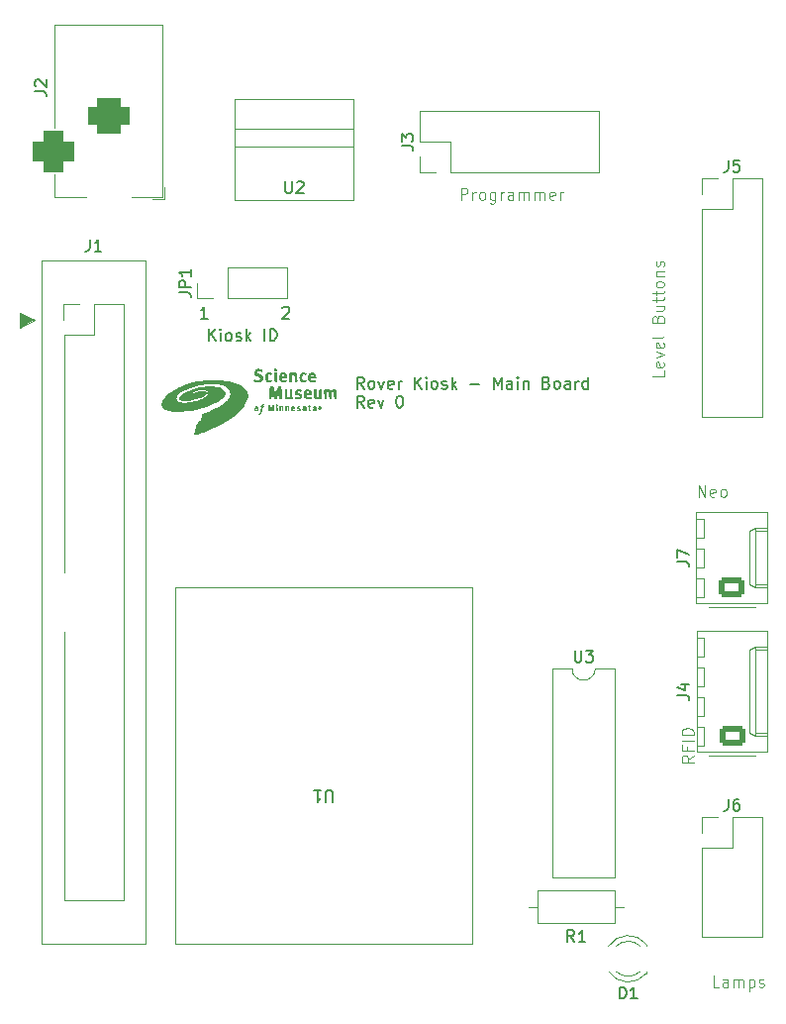
<source format=gto>
%TF.GenerationSoftware,KiCad,Pcbnew,7.0.7*%
%TF.CreationDate,2023-09-28T16:31:27-05:00*%
%TF.ProjectId,iowa-rover-kiosk-main,696f7761-2d72-46f7-9665-722d6b696f73,rev?*%
%TF.SameCoordinates,Original*%
%TF.FileFunction,Legend,Top*%
%TF.FilePolarity,Positive*%
%FSLAX46Y46*%
G04 Gerber Fmt 4.6, Leading zero omitted, Abs format (unit mm)*
G04 Created by KiCad (PCBNEW 7.0.7) date 2023-09-28 16:31:27*
%MOMM*%
%LPD*%
G01*
G04 APERTURE LIST*
G04 Aperture macros list*
%AMRoundRect*
0 Rectangle with rounded corners*
0 $1 Rounding radius*
0 $2 $3 $4 $5 $6 $7 $8 $9 X,Y pos of 4 corners*
0 Add a 4 corners polygon primitive as box body*
4,1,4,$2,$3,$4,$5,$6,$7,$8,$9,$2,$3,0*
0 Add four circle primitives for the rounded corners*
1,1,$1+$1,$2,$3*
1,1,$1+$1,$4,$5*
1,1,$1+$1,$6,$7*
1,1,$1+$1,$8,$9*
0 Add four rect primitives between the rounded corners*
20,1,$1+$1,$2,$3,$4,$5,0*
20,1,$1+$1,$4,$5,$6,$7,0*
20,1,$1+$1,$6,$7,$8,$9,0*
20,1,$1+$1,$8,$9,$2,$3,0*%
G04 Aperture macros list end*
%ADD10C,0.100000*%
%ADD11C,0.150000*%
%ADD12C,0.120000*%
%ADD13C,2.500000*%
%ADD14C,1.524000*%
%ADD15R,1.700000X1.700000*%
%ADD16O,1.700000X1.700000*%
%ADD17R,3.500000X3.500000*%
%ADD18RoundRect,0.750000X-1.000000X0.750000X-1.000000X-0.750000X1.000000X-0.750000X1.000000X0.750000X0*%
%ADD19RoundRect,0.875000X-0.875000X0.875000X-0.875000X-0.875000X0.875000X-0.875000X0.875000X0.875000X0*%
%ADD20R,1.800000X1.800000*%
%ADD21C,1.800000*%
%ADD22C,1.600000*%
%ADD23O,1.600000X1.600000*%
%ADD24RoundRect,0.250000X0.845000X-0.620000X0.845000X0.620000X-0.845000X0.620000X-0.845000X-0.620000X0*%
%ADD25O,2.190000X1.740000*%
%ADD26R,1.600000X1.600000*%
G04 APERTURE END LIST*
D10*
X80313884Y-58292419D02*
X80313884Y-57292419D01*
X80313884Y-57292419D02*
X80694836Y-57292419D01*
X80694836Y-57292419D02*
X80790074Y-57340038D01*
X80790074Y-57340038D02*
X80837693Y-57387657D01*
X80837693Y-57387657D02*
X80885312Y-57482895D01*
X80885312Y-57482895D02*
X80885312Y-57625752D01*
X80885312Y-57625752D02*
X80837693Y-57720990D01*
X80837693Y-57720990D02*
X80790074Y-57768609D01*
X80790074Y-57768609D02*
X80694836Y-57816228D01*
X80694836Y-57816228D02*
X80313884Y-57816228D01*
X81313884Y-58292419D02*
X81313884Y-57625752D01*
X81313884Y-57816228D02*
X81361503Y-57720990D01*
X81361503Y-57720990D02*
X81409122Y-57673371D01*
X81409122Y-57673371D02*
X81504360Y-57625752D01*
X81504360Y-57625752D02*
X81599598Y-57625752D01*
X82075789Y-58292419D02*
X81980551Y-58244800D01*
X81980551Y-58244800D02*
X81932932Y-58197180D01*
X81932932Y-58197180D02*
X81885313Y-58101942D01*
X81885313Y-58101942D02*
X81885313Y-57816228D01*
X81885313Y-57816228D02*
X81932932Y-57720990D01*
X81932932Y-57720990D02*
X81980551Y-57673371D01*
X81980551Y-57673371D02*
X82075789Y-57625752D01*
X82075789Y-57625752D02*
X82218646Y-57625752D01*
X82218646Y-57625752D02*
X82313884Y-57673371D01*
X82313884Y-57673371D02*
X82361503Y-57720990D01*
X82361503Y-57720990D02*
X82409122Y-57816228D01*
X82409122Y-57816228D02*
X82409122Y-58101942D01*
X82409122Y-58101942D02*
X82361503Y-58197180D01*
X82361503Y-58197180D02*
X82313884Y-58244800D01*
X82313884Y-58244800D02*
X82218646Y-58292419D01*
X82218646Y-58292419D02*
X82075789Y-58292419D01*
X83266265Y-57625752D02*
X83266265Y-58435276D01*
X83266265Y-58435276D02*
X83218646Y-58530514D01*
X83218646Y-58530514D02*
X83171027Y-58578133D01*
X83171027Y-58578133D02*
X83075789Y-58625752D01*
X83075789Y-58625752D02*
X82932932Y-58625752D01*
X82932932Y-58625752D02*
X82837694Y-58578133D01*
X83266265Y-58244800D02*
X83171027Y-58292419D01*
X83171027Y-58292419D02*
X82980551Y-58292419D01*
X82980551Y-58292419D02*
X82885313Y-58244800D01*
X82885313Y-58244800D02*
X82837694Y-58197180D01*
X82837694Y-58197180D02*
X82790075Y-58101942D01*
X82790075Y-58101942D02*
X82790075Y-57816228D01*
X82790075Y-57816228D02*
X82837694Y-57720990D01*
X82837694Y-57720990D02*
X82885313Y-57673371D01*
X82885313Y-57673371D02*
X82980551Y-57625752D01*
X82980551Y-57625752D02*
X83171027Y-57625752D01*
X83171027Y-57625752D02*
X83266265Y-57673371D01*
X83742456Y-58292419D02*
X83742456Y-57625752D01*
X83742456Y-57816228D02*
X83790075Y-57720990D01*
X83790075Y-57720990D02*
X83837694Y-57673371D01*
X83837694Y-57673371D02*
X83932932Y-57625752D01*
X83932932Y-57625752D02*
X84028170Y-57625752D01*
X84790075Y-58292419D02*
X84790075Y-57768609D01*
X84790075Y-57768609D02*
X84742456Y-57673371D01*
X84742456Y-57673371D02*
X84647218Y-57625752D01*
X84647218Y-57625752D02*
X84456742Y-57625752D01*
X84456742Y-57625752D02*
X84361504Y-57673371D01*
X84790075Y-58244800D02*
X84694837Y-58292419D01*
X84694837Y-58292419D02*
X84456742Y-58292419D01*
X84456742Y-58292419D02*
X84361504Y-58244800D01*
X84361504Y-58244800D02*
X84313885Y-58149561D01*
X84313885Y-58149561D02*
X84313885Y-58054323D01*
X84313885Y-58054323D02*
X84361504Y-57959085D01*
X84361504Y-57959085D02*
X84456742Y-57911466D01*
X84456742Y-57911466D02*
X84694837Y-57911466D01*
X84694837Y-57911466D02*
X84790075Y-57863847D01*
X85266266Y-58292419D02*
X85266266Y-57625752D01*
X85266266Y-57720990D02*
X85313885Y-57673371D01*
X85313885Y-57673371D02*
X85409123Y-57625752D01*
X85409123Y-57625752D02*
X85551980Y-57625752D01*
X85551980Y-57625752D02*
X85647218Y-57673371D01*
X85647218Y-57673371D02*
X85694837Y-57768609D01*
X85694837Y-57768609D02*
X85694837Y-58292419D01*
X85694837Y-57768609D02*
X85742456Y-57673371D01*
X85742456Y-57673371D02*
X85837694Y-57625752D01*
X85837694Y-57625752D02*
X85980551Y-57625752D01*
X85980551Y-57625752D02*
X86075790Y-57673371D01*
X86075790Y-57673371D02*
X86123409Y-57768609D01*
X86123409Y-57768609D02*
X86123409Y-58292419D01*
X86599599Y-58292419D02*
X86599599Y-57625752D01*
X86599599Y-57720990D02*
X86647218Y-57673371D01*
X86647218Y-57673371D02*
X86742456Y-57625752D01*
X86742456Y-57625752D02*
X86885313Y-57625752D01*
X86885313Y-57625752D02*
X86980551Y-57673371D01*
X86980551Y-57673371D02*
X87028170Y-57768609D01*
X87028170Y-57768609D02*
X87028170Y-58292419D01*
X87028170Y-57768609D02*
X87075789Y-57673371D01*
X87075789Y-57673371D02*
X87171027Y-57625752D01*
X87171027Y-57625752D02*
X87313884Y-57625752D01*
X87313884Y-57625752D02*
X87409123Y-57673371D01*
X87409123Y-57673371D02*
X87456742Y-57768609D01*
X87456742Y-57768609D02*
X87456742Y-58292419D01*
X88313884Y-58244800D02*
X88218646Y-58292419D01*
X88218646Y-58292419D02*
X88028170Y-58292419D01*
X88028170Y-58292419D02*
X87932932Y-58244800D01*
X87932932Y-58244800D02*
X87885313Y-58149561D01*
X87885313Y-58149561D02*
X87885313Y-57768609D01*
X87885313Y-57768609D02*
X87932932Y-57673371D01*
X87932932Y-57673371D02*
X88028170Y-57625752D01*
X88028170Y-57625752D02*
X88218646Y-57625752D01*
X88218646Y-57625752D02*
X88313884Y-57673371D01*
X88313884Y-57673371D02*
X88361503Y-57768609D01*
X88361503Y-57768609D02*
X88361503Y-57863847D01*
X88361503Y-57863847D02*
X87885313Y-57959085D01*
X88790075Y-58292419D02*
X88790075Y-57625752D01*
X88790075Y-57816228D02*
X88837694Y-57720990D01*
X88837694Y-57720990D02*
X88885313Y-57673371D01*
X88885313Y-57673371D02*
X88980551Y-57625752D01*
X88980551Y-57625752D02*
X89075789Y-57625752D01*
X100633884Y-83692419D02*
X100633884Y-82692419D01*
X100633884Y-82692419D02*
X101205312Y-83692419D01*
X101205312Y-83692419D02*
X101205312Y-82692419D01*
X102062455Y-83644800D02*
X101967217Y-83692419D01*
X101967217Y-83692419D02*
X101776741Y-83692419D01*
X101776741Y-83692419D02*
X101681503Y-83644800D01*
X101681503Y-83644800D02*
X101633884Y-83549561D01*
X101633884Y-83549561D02*
X101633884Y-83168609D01*
X101633884Y-83168609D02*
X101681503Y-83073371D01*
X101681503Y-83073371D02*
X101776741Y-83025752D01*
X101776741Y-83025752D02*
X101967217Y-83025752D01*
X101967217Y-83025752D02*
X102062455Y-83073371D01*
X102062455Y-83073371D02*
X102110074Y-83168609D01*
X102110074Y-83168609D02*
X102110074Y-83263847D01*
X102110074Y-83263847D02*
X101633884Y-83359085D01*
X102681503Y-83692419D02*
X102586265Y-83644800D01*
X102586265Y-83644800D02*
X102538646Y-83597180D01*
X102538646Y-83597180D02*
X102491027Y-83501942D01*
X102491027Y-83501942D02*
X102491027Y-83216228D01*
X102491027Y-83216228D02*
X102538646Y-83120990D01*
X102538646Y-83120990D02*
X102586265Y-83073371D01*
X102586265Y-83073371D02*
X102681503Y-83025752D01*
X102681503Y-83025752D02*
X102824360Y-83025752D01*
X102824360Y-83025752D02*
X102919598Y-83073371D01*
X102919598Y-83073371D02*
X102967217Y-83120990D01*
X102967217Y-83120990D02*
X103014836Y-83216228D01*
X103014836Y-83216228D02*
X103014836Y-83501942D01*
X103014836Y-83501942D02*
X102967217Y-83597180D01*
X102967217Y-83597180D02*
X102919598Y-83644800D01*
X102919598Y-83644800D02*
X102824360Y-83692419D01*
X102824360Y-83692419D02*
X102681503Y-83692419D01*
X100202419Y-105804687D02*
X99726228Y-106138020D01*
X100202419Y-106376115D02*
X99202419Y-106376115D01*
X99202419Y-106376115D02*
X99202419Y-105995163D01*
X99202419Y-105995163D02*
X99250038Y-105899925D01*
X99250038Y-105899925D02*
X99297657Y-105852306D01*
X99297657Y-105852306D02*
X99392895Y-105804687D01*
X99392895Y-105804687D02*
X99535752Y-105804687D01*
X99535752Y-105804687D02*
X99630990Y-105852306D01*
X99630990Y-105852306D02*
X99678609Y-105899925D01*
X99678609Y-105899925D02*
X99726228Y-105995163D01*
X99726228Y-105995163D02*
X99726228Y-106376115D01*
X99678609Y-105042782D02*
X99678609Y-105376115D01*
X100202419Y-105376115D02*
X99202419Y-105376115D01*
X99202419Y-105376115D02*
X99202419Y-104899925D01*
X100202419Y-104518972D02*
X99202419Y-104518972D01*
X100202419Y-104042782D02*
X99202419Y-104042782D01*
X99202419Y-104042782D02*
X99202419Y-103804687D01*
X99202419Y-103804687D02*
X99250038Y-103661830D01*
X99250038Y-103661830D02*
X99345276Y-103566592D01*
X99345276Y-103566592D02*
X99440514Y-103518973D01*
X99440514Y-103518973D02*
X99630990Y-103471354D01*
X99630990Y-103471354D02*
X99773847Y-103471354D01*
X99773847Y-103471354D02*
X99964323Y-103518973D01*
X99964323Y-103518973D02*
X100059561Y-103566592D01*
X100059561Y-103566592D02*
X100154800Y-103661830D01*
X100154800Y-103661830D02*
X100202419Y-103804687D01*
X100202419Y-103804687D02*
X100202419Y-104042782D01*
X102380074Y-125602419D02*
X101903884Y-125602419D01*
X101903884Y-125602419D02*
X101903884Y-124602419D01*
X103141979Y-125602419D02*
X103141979Y-125078609D01*
X103141979Y-125078609D02*
X103094360Y-124983371D01*
X103094360Y-124983371D02*
X102999122Y-124935752D01*
X102999122Y-124935752D02*
X102808646Y-124935752D01*
X102808646Y-124935752D02*
X102713408Y-124983371D01*
X103141979Y-125554800D02*
X103046741Y-125602419D01*
X103046741Y-125602419D02*
X102808646Y-125602419D01*
X102808646Y-125602419D02*
X102713408Y-125554800D01*
X102713408Y-125554800D02*
X102665789Y-125459561D01*
X102665789Y-125459561D02*
X102665789Y-125364323D01*
X102665789Y-125364323D02*
X102713408Y-125269085D01*
X102713408Y-125269085D02*
X102808646Y-125221466D01*
X102808646Y-125221466D02*
X103046741Y-125221466D01*
X103046741Y-125221466D02*
X103141979Y-125173847D01*
X103618170Y-125602419D02*
X103618170Y-124935752D01*
X103618170Y-125030990D02*
X103665789Y-124983371D01*
X103665789Y-124983371D02*
X103761027Y-124935752D01*
X103761027Y-124935752D02*
X103903884Y-124935752D01*
X103903884Y-124935752D02*
X103999122Y-124983371D01*
X103999122Y-124983371D02*
X104046741Y-125078609D01*
X104046741Y-125078609D02*
X104046741Y-125602419D01*
X104046741Y-125078609D02*
X104094360Y-124983371D01*
X104094360Y-124983371D02*
X104189598Y-124935752D01*
X104189598Y-124935752D02*
X104332455Y-124935752D01*
X104332455Y-124935752D02*
X104427694Y-124983371D01*
X104427694Y-124983371D02*
X104475313Y-125078609D01*
X104475313Y-125078609D02*
X104475313Y-125602419D01*
X104951503Y-124935752D02*
X104951503Y-125935752D01*
X104951503Y-124983371D02*
X105046741Y-124935752D01*
X105046741Y-124935752D02*
X105237217Y-124935752D01*
X105237217Y-124935752D02*
X105332455Y-124983371D01*
X105332455Y-124983371D02*
X105380074Y-125030990D01*
X105380074Y-125030990D02*
X105427693Y-125126228D01*
X105427693Y-125126228D02*
X105427693Y-125411942D01*
X105427693Y-125411942D02*
X105380074Y-125507180D01*
X105380074Y-125507180D02*
X105332455Y-125554800D01*
X105332455Y-125554800D02*
X105237217Y-125602419D01*
X105237217Y-125602419D02*
X105046741Y-125602419D01*
X105046741Y-125602419D02*
X104951503Y-125554800D01*
X105808646Y-125554800D02*
X105903884Y-125602419D01*
X105903884Y-125602419D02*
X106094360Y-125602419D01*
X106094360Y-125602419D02*
X106189598Y-125554800D01*
X106189598Y-125554800D02*
X106237217Y-125459561D01*
X106237217Y-125459561D02*
X106237217Y-125411942D01*
X106237217Y-125411942D02*
X106189598Y-125316704D01*
X106189598Y-125316704D02*
X106094360Y-125269085D01*
X106094360Y-125269085D02*
X105951503Y-125269085D01*
X105951503Y-125269085D02*
X105856265Y-125221466D01*
X105856265Y-125221466D02*
X105808646Y-125126228D01*
X105808646Y-125126228D02*
X105808646Y-125078609D01*
X105808646Y-125078609D02*
X105856265Y-124983371D01*
X105856265Y-124983371D02*
X105951503Y-124935752D01*
X105951503Y-124935752D02*
X106094360Y-124935752D01*
X106094360Y-124935752D02*
X106189598Y-124983371D01*
X97662419Y-72879925D02*
X97662419Y-73356115D01*
X97662419Y-73356115D02*
X96662419Y-73356115D01*
X97614800Y-72165639D02*
X97662419Y-72260877D01*
X97662419Y-72260877D02*
X97662419Y-72451353D01*
X97662419Y-72451353D02*
X97614800Y-72546591D01*
X97614800Y-72546591D02*
X97519561Y-72594210D01*
X97519561Y-72594210D02*
X97138609Y-72594210D01*
X97138609Y-72594210D02*
X97043371Y-72546591D01*
X97043371Y-72546591D02*
X96995752Y-72451353D01*
X96995752Y-72451353D02*
X96995752Y-72260877D01*
X96995752Y-72260877D02*
X97043371Y-72165639D01*
X97043371Y-72165639D02*
X97138609Y-72118020D01*
X97138609Y-72118020D02*
X97233847Y-72118020D01*
X97233847Y-72118020D02*
X97329085Y-72594210D01*
X96995752Y-71784686D02*
X97662419Y-71546591D01*
X97662419Y-71546591D02*
X96995752Y-71308496D01*
X97614800Y-70546591D02*
X97662419Y-70641829D01*
X97662419Y-70641829D02*
X97662419Y-70832305D01*
X97662419Y-70832305D02*
X97614800Y-70927543D01*
X97614800Y-70927543D02*
X97519561Y-70975162D01*
X97519561Y-70975162D02*
X97138609Y-70975162D01*
X97138609Y-70975162D02*
X97043371Y-70927543D01*
X97043371Y-70927543D02*
X96995752Y-70832305D01*
X96995752Y-70832305D02*
X96995752Y-70641829D01*
X96995752Y-70641829D02*
X97043371Y-70546591D01*
X97043371Y-70546591D02*
X97138609Y-70498972D01*
X97138609Y-70498972D02*
X97233847Y-70498972D01*
X97233847Y-70498972D02*
X97329085Y-70975162D01*
X97662419Y-69927543D02*
X97614800Y-70022781D01*
X97614800Y-70022781D02*
X97519561Y-70070400D01*
X97519561Y-70070400D02*
X96662419Y-70070400D01*
X97138609Y-68451352D02*
X97186228Y-68308495D01*
X97186228Y-68308495D02*
X97233847Y-68260876D01*
X97233847Y-68260876D02*
X97329085Y-68213257D01*
X97329085Y-68213257D02*
X97471942Y-68213257D01*
X97471942Y-68213257D02*
X97567180Y-68260876D01*
X97567180Y-68260876D02*
X97614800Y-68308495D01*
X97614800Y-68308495D02*
X97662419Y-68403733D01*
X97662419Y-68403733D02*
X97662419Y-68784685D01*
X97662419Y-68784685D02*
X96662419Y-68784685D01*
X96662419Y-68784685D02*
X96662419Y-68451352D01*
X96662419Y-68451352D02*
X96710038Y-68356114D01*
X96710038Y-68356114D02*
X96757657Y-68308495D01*
X96757657Y-68308495D02*
X96852895Y-68260876D01*
X96852895Y-68260876D02*
X96948133Y-68260876D01*
X96948133Y-68260876D02*
X97043371Y-68308495D01*
X97043371Y-68308495D02*
X97090990Y-68356114D01*
X97090990Y-68356114D02*
X97138609Y-68451352D01*
X97138609Y-68451352D02*
X97138609Y-68784685D01*
X96995752Y-67356114D02*
X97662419Y-67356114D01*
X96995752Y-67784685D02*
X97519561Y-67784685D01*
X97519561Y-67784685D02*
X97614800Y-67737066D01*
X97614800Y-67737066D02*
X97662419Y-67641828D01*
X97662419Y-67641828D02*
X97662419Y-67498971D01*
X97662419Y-67498971D02*
X97614800Y-67403733D01*
X97614800Y-67403733D02*
X97567180Y-67356114D01*
X96995752Y-67022780D02*
X96995752Y-66641828D01*
X96662419Y-66879923D02*
X97519561Y-66879923D01*
X97519561Y-66879923D02*
X97614800Y-66832304D01*
X97614800Y-66832304D02*
X97662419Y-66737066D01*
X97662419Y-66737066D02*
X97662419Y-66641828D01*
X96995752Y-66451351D02*
X96995752Y-66070399D01*
X96662419Y-66308494D02*
X97519561Y-66308494D01*
X97519561Y-66308494D02*
X97614800Y-66260875D01*
X97614800Y-66260875D02*
X97662419Y-66165637D01*
X97662419Y-66165637D02*
X97662419Y-66070399D01*
X97662419Y-65594208D02*
X97614800Y-65689446D01*
X97614800Y-65689446D02*
X97567180Y-65737065D01*
X97567180Y-65737065D02*
X97471942Y-65784684D01*
X97471942Y-65784684D02*
X97186228Y-65784684D01*
X97186228Y-65784684D02*
X97090990Y-65737065D01*
X97090990Y-65737065D02*
X97043371Y-65689446D01*
X97043371Y-65689446D02*
X96995752Y-65594208D01*
X96995752Y-65594208D02*
X96995752Y-65451351D01*
X96995752Y-65451351D02*
X97043371Y-65356113D01*
X97043371Y-65356113D02*
X97090990Y-65308494D01*
X97090990Y-65308494D02*
X97186228Y-65260875D01*
X97186228Y-65260875D02*
X97471942Y-65260875D01*
X97471942Y-65260875D02*
X97567180Y-65308494D01*
X97567180Y-65308494D02*
X97614800Y-65356113D01*
X97614800Y-65356113D02*
X97662419Y-65451351D01*
X97662419Y-65451351D02*
X97662419Y-65594208D01*
X96995752Y-64832303D02*
X97662419Y-64832303D01*
X97090990Y-64832303D02*
X97043371Y-64784684D01*
X97043371Y-64784684D02*
X96995752Y-64689446D01*
X96995752Y-64689446D02*
X96995752Y-64546589D01*
X96995752Y-64546589D02*
X97043371Y-64451351D01*
X97043371Y-64451351D02*
X97138609Y-64403732D01*
X97138609Y-64403732D02*
X97662419Y-64403732D01*
X97614800Y-63975160D02*
X97662419Y-63879922D01*
X97662419Y-63879922D02*
X97662419Y-63689446D01*
X97662419Y-63689446D02*
X97614800Y-63594208D01*
X97614800Y-63594208D02*
X97519561Y-63546589D01*
X97519561Y-63546589D02*
X97471942Y-63546589D01*
X97471942Y-63546589D02*
X97376704Y-63594208D01*
X97376704Y-63594208D02*
X97329085Y-63689446D01*
X97329085Y-63689446D02*
X97329085Y-63832303D01*
X97329085Y-63832303D02*
X97281466Y-63927541D01*
X97281466Y-63927541D02*
X97186228Y-63975160D01*
X97186228Y-63975160D02*
X97138609Y-63975160D01*
X97138609Y-63975160D02*
X97043371Y-63927541D01*
X97043371Y-63927541D02*
X96995752Y-63832303D01*
X96995752Y-63832303D02*
X96995752Y-63689446D01*
X96995752Y-63689446D02*
X97043371Y-63594208D01*
D11*
X58645588Y-68449819D02*
X58074160Y-68449819D01*
X58359874Y-68449819D02*
X58359874Y-67449819D01*
X58359874Y-67449819D02*
X58264636Y-67592676D01*
X58264636Y-67592676D02*
X58169398Y-67687914D01*
X58169398Y-67687914D02*
X58074160Y-67735533D01*
X72028207Y-74459819D02*
X71694874Y-73983628D01*
X71456779Y-74459819D02*
X71456779Y-73459819D01*
X71456779Y-73459819D02*
X71837731Y-73459819D01*
X71837731Y-73459819D02*
X71932969Y-73507438D01*
X71932969Y-73507438D02*
X71980588Y-73555057D01*
X71980588Y-73555057D02*
X72028207Y-73650295D01*
X72028207Y-73650295D02*
X72028207Y-73793152D01*
X72028207Y-73793152D02*
X71980588Y-73888390D01*
X71980588Y-73888390D02*
X71932969Y-73936009D01*
X71932969Y-73936009D02*
X71837731Y-73983628D01*
X71837731Y-73983628D02*
X71456779Y-73983628D01*
X72599636Y-74459819D02*
X72504398Y-74412200D01*
X72504398Y-74412200D02*
X72456779Y-74364580D01*
X72456779Y-74364580D02*
X72409160Y-74269342D01*
X72409160Y-74269342D02*
X72409160Y-73983628D01*
X72409160Y-73983628D02*
X72456779Y-73888390D01*
X72456779Y-73888390D02*
X72504398Y-73840771D01*
X72504398Y-73840771D02*
X72599636Y-73793152D01*
X72599636Y-73793152D02*
X72742493Y-73793152D01*
X72742493Y-73793152D02*
X72837731Y-73840771D01*
X72837731Y-73840771D02*
X72885350Y-73888390D01*
X72885350Y-73888390D02*
X72932969Y-73983628D01*
X72932969Y-73983628D02*
X72932969Y-74269342D01*
X72932969Y-74269342D02*
X72885350Y-74364580D01*
X72885350Y-74364580D02*
X72837731Y-74412200D01*
X72837731Y-74412200D02*
X72742493Y-74459819D01*
X72742493Y-74459819D02*
X72599636Y-74459819D01*
X73266303Y-73793152D02*
X73504398Y-74459819D01*
X73504398Y-74459819D02*
X73742493Y-73793152D01*
X74504398Y-74412200D02*
X74409160Y-74459819D01*
X74409160Y-74459819D02*
X74218684Y-74459819D01*
X74218684Y-74459819D02*
X74123446Y-74412200D01*
X74123446Y-74412200D02*
X74075827Y-74316961D01*
X74075827Y-74316961D02*
X74075827Y-73936009D01*
X74075827Y-73936009D02*
X74123446Y-73840771D01*
X74123446Y-73840771D02*
X74218684Y-73793152D01*
X74218684Y-73793152D02*
X74409160Y-73793152D01*
X74409160Y-73793152D02*
X74504398Y-73840771D01*
X74504398Y-73840771D02*
X74552017Y-73936009D01*
X74552017Y-73936009D02*
X74552017Y-74031247D01*
X74552017Y-74031247D02*
X74075827Y-74126485D01*
X74980589Y-74459819D02*
X74980589Y-73793152D01*
X74980589Y-73983628D02*
X75028208Y-73888390D01*
X75028208Y-73888390D02*
X75075827Y-73840771D01*
X75075827Y-73840771D02*
X75171065Y-73793152D01*
X75171065Y-73793152D02*
X75266303Y-73793152D01*
X76361542Y-74459819D02*
X76361542Y-73459819D01*
X76932970Y-74459819D02*
X76504399Y-73888390D01*
X76932970Y-73459819D02*
X76361542Y-74031247D01*
X77361542Y-74459819D02*
X77361542Y-73793152D01*
X77361542Y-73459819D02*
X77313923Y-73507438D01*
X77313923Y-73507438D02*
X77361542Y-73555057D01*
X77361542Y-73555057D02*
X77409161Y-73507438D01*
X77409161Y-73507438D02*
X77361542Y-73459819D01*
X77361542Y-73459819D02*
X77361542Y-73555057D01*
X77980589Y-74459819D02*
X77885351Y-74412200D01*
X77885351Y-74412200D02*
X77837732Y-74364580D01*
X77837732Y-74364580D02*
X77790113Y-74269342D01*
X77790113Y-74269342D02*
X77790113Y-73983628D01*
X77790113Y-73983628D02*
X77837732Y-73888390D01*
X77837732Y-73888390D02*
X77885351Y-73840771D01*
X77885351Y-73840771D02*
X77980589Y-73793152D01*
X77980589Y-73793152D02*
X78123446Y-73793152D01*
X78123446Y-73793152D02*
X78218684Y-73840771D01*
X78218684Y-73840771D02*
X78266303Y-73888390D01*
X78266303Y-73888390D02*
X78313922Y-73983628D01*
X78313922Y-73983628D02*
X78313922Y-74269342D01*
X78313922Y-74269342D02*
X78266303Y-74364580D01*
X78266303Y-74364580D02*
X78218684Y-74412200D01*
X78218684Y-74412200D02*
X78123446Y-74459819D01*
X78123446Y-74459819D02*
X77980589Y-74459819D01*
X78694875Y-74412200D02*
X78790113Y-74459819D01*
X78790113Y-74459819D02*
X78980589Y-74459819D01*
X78980589Y-74459819D02*
X79075827Y-74412200D01*
X79075827Y-74412200D02*
X79123446Y-74316961D01*
X79123446Y-74316961D02*
X79123446Y-74269342D01*
X79123446Y-74269342D02*
X79075827Y-74174104D01*
X79075827Y-74174104D02*
X78980589Y-74126485D01*
X78980589Y-74126485D02*
X78837732Y-74126485D01*
X78837732Y-74126485D02*
X78742494Y-74078866D01*
X78742494Y-74078866D02*
X78694875Y-73983628D01*
X78694875Y-73983628D02*
X78694875Y-73936009D01*
X78694875Y-73936009D02*
X78742494Y-73840771D01*
X78742494Y-73840771D02*
X78837732Y-73793152D01*
X78837732Y-73793152D02*
X78980589Y-73793152D01*
X78980589Y-73793152D02*
X79075827Y-73840771D01*
X79552018Y-74459819D02*
X79552018Y-73459819D01*
X79647256Y-74078866D02*
X79932970Y-74459819D01*
X79932970Y-73793152D02*
X79552018Y-74174104D01*
X81123447Y-74078866D02*
X81885352Y-74078866D01*
X83123447Y-74459819D02*
X83123447Y-73459819D01*
X83123447Y-73459819D02*
X83456780Y-74174104D01*
X83456780Y-74174104D02*
X83790113Y-73459819D01*
X83790113Y-73459819D02*
X83790113Y-74459819D01*
X84694875Y-74459819D02*
X84694875Y-73936009D01*
X84694875Y-73936009D02*
X84647256Y-73840771D01*
X84647256Y-73840771D02*
X84552018Y-73793152D01*
X84552018Y-73793152D02*
X84361542Y-73793152D01*
X84361542Y-73793152D02*
X84266304Y-73840771D01*
X84694875Y-74412200D02*
X84599637Y-74459819D01*
X84599637Y-74459819D02*
X84361542Y-74459819D01*
X84361542Y-74459819D02*
X84266304Y-74412200D01*
X84266304Y-74412200D02*
X84218685Y-74316961D01*
X84218685Y-74316961D02*
X84218685Y-74221723D01*
X84218685Y-74221723D02*
X84266304Y-74126485D01*
X84266304Y-74126485D02*
X84361542Y-74078866D01*
X84361542Y-74078866D02*
X84599637Y-74078866D01*
X84599637Y-74078866D02*
X84694875Y-74031247D01*
X85171066Y-74459819D02*
X85171066Y-73793152D01*
X85171066Y-73459819D02*
X85123447Y-73507438D01*
X85123447Y-73507438D02*
X85171066Y-73555057D01*
X85171066Y-73555057D02*
X85218685Y-73507438D01*
X85218685Y-73507438D02*
X85171066Y-73459819D01*
X85171066Y-73459819D02*
X85171066Y-73555057D01*
X85647256Y-73793152D02*
X85647256Y-74459819D01*
X85647256Y-73888390D02*
X85694875Y-73840771D01*
X85694875Y-73840771D02*
X85790113Y-73793152D01*
X85790113Y-73793152D02*
X85932970Y-73793152D01*
X85932970Y-73793152D02*
X86028208Y-73840771D01*
X86028208Y-73840771D02*
X86075827Y-73936009D01*
X86075827Y-73936009D02*
X86075827Y-74459819D01*
X87647256Y-73936009D02*
X87790113Y-73983628D01*
X87790113Y-73983628D02*
X87837732Y-74031247D01*
X87837732Y-74031247D02*
X87885351Y-74126485D01*
X87885351Y-74126485D02*
X87885351Y-74269342D01*
X87885351Y-74269342D02*
X87837732Y-74364580D01*
X87837732Y-74364580D02*
X87790113Y-74412200D01*
X87790113Y-74412200D02*
X87694875Y-74459819D01*
X87694875Y-74459819D02*
X87313923Y-74459819D01*
X87313923Y-74459819D02*
X87313923Y-73459819D01*
X87313923Y-73459819D02*
X87647256Y-73459819D01*
X87647256Y-73459819D02*
X87742494Y-73507438D01*
X87742494Y-73507438D02*
X87790113Y-73555057D01*
X87790113Y-73555057D02*
X87837732Y-73650295D01*
X87837732Y-73650295D02*
X87837732Y-73745533D01*
X87837732Y-73745533D02*
X87790113Y-73840771D01*
X87790113Y-73840771D02*
X87742494Y-73888390D01*
X87742494Y-73888390D02*
X87647256Y-73936009D01*
X87647256Y-73936009D02*
X87313923Y-73936009D01*
X88456780Y-74459819D02*
X88361542Y-74412200D01*
X88361542Y-74412200D02*
X88313923Y-74364580D01*
X88313923Y-74364580D02*
X88266304Y-74269342D01*
X88266304Y-74269342D02*
X88266304Y-73983628D01*
X88266304Y-73983628D02*
X88313923Y-73888390D01*
X88313923Y-73888390D02*
X88361542Y-73840771D01*
X88361542Y-73840771D02*
X88456780Y-73793152D01*
X88456780Y-73793152D02*
X88599637Y-73793152D01*
X88599637Y-73793152D02*
X88694875Y-73840771D01*
X88694875Y-73840771D02*
X88742494Y-73888390D01*
X88742494Y-73888390D02*
X88790113Y-73983628D01*
X88790113Y-73983628D02*
X88790113Y-74269342D01*
X88790113Y-74269342D02*
X88742494Y-74364580D01*
X88742494Y-74364580D02*
X88694875Y-74412200D01*
X88694875Y-74412200D02*
X88599637Y-74459819D01*
X88599637Y-74459819D02*
X88456780Y-74459819D01*
X89647256Y-74459819D02*
X89647256Y-73936009D01*
X89647256Y-73936009D02*
X89599637Y-73840771D01*
X89599637Y-73840771D02*
X89504399Y-73793152D01*
X89504399Y-73793152D02*
X89313923Y-73793152D01*
X89313923Y-73793152D02*
X89218685Y-73840771D01*
X89647256Y-74412200D02*
X89552018Y-74459819D01*
X89552018Y-74459819D02*
X89313923Y-74459819D01*
X89313923Y-74459819D02*
X89218685Y-74412200D01*
X89218685Y-74412200D02*
X89171066Y-74316961D01*
X89171066Y-74316961D02*
X89171066Y-74221723D01*
X89171066Y-74221723D02*
X89218685Y-74126485D01*
X89218685Y-74126485D02*
X89313923Y-74078866D01*
X89313923Y-74078866D02*
X89552018Y-74078866D01*
X89552018Y-74078866D02*
X89647256Y-74031247D01*
X90123447Y-74459819D02*
X90123447Y-73793152D01*
X90123447Y-73983628D02*
X90171066Y-73888390D01*
X90171066Y-73888390D02*
X90218685Y-73840771D01*
X90218685Y-73840771D02*
X90313923Y-73793152D01*
X90313923Y-73793152D02*
X90409161Y-73793152D01*
X91171066Y-74459819D02*
X91171066Y-73459819D01*
X91171066Y-74412200D02*
X91075828Y-74459819D01*
X91075828Y-74459819D02*
X90885352Y-74459819D01*
X90885352Y-74459819D02*
X90790114Y-74412200D01*
X90790114Y-74412200D02*
X90742495Y-74364580D01*
X90742495Y-74364580D02*
X90694876Y-74269342D01*
X90694876Y-74269342D02*
X90694876Y-73983628D01*
X90694876Y-73983628D02*
X90742495Y-73888390D01*
X90742495Y-73888390D02*
X90790114Y-73840771D01*
X90790114Y-73840771D02*
X90885352Y-73793152D01*
X90885352Y-73793152D02*
X91075828Y-73793152D01*
X91075828Y-73793152D02*
X91171066Y-73840771D01*
X72028207Y-76069819D02*
X71694874Y-75593628D01*
X71456779Y-76069819D02*
X71456779Y-75069819D01*
X71456779Y-75069819D02*
X71837731Y-75069819D01*
X71837731Y-75069819D02*
X71932969Y-75117438D01*
X71932969Y-75117438D02*
X71980588Y-75165057D01*
X71980588Y-75165057D02*
X72028207Y-75260295D01*
X72028207Y-75260295D02*
X72028207Y-75403152D01*
X72028207Y-75403152D02*
X71980588Y-75498390D01*
X71980588Y-75498390D02*
X71932969Y-75546009D01*
X71932969Y-75546009D02*
X71837731Y-75593628D01*
X71837731Y-75593628D02*
X71456779Y-75593628D01*
X72837731Y-76022200D02*
X72742493Y-76069819D01*
X72742493Y-76069819D02*
X72552017Y-76069819D01*
X72552017Y-76069819D02*
X72456779Y-76022200D01*
X72456779Y-76022200D02*
X72409160Y-75926961D01*
X72409160Y-75926961D02*
X72409160Y-75546009D01*
X72409160Y-75546009D02*
X72456779Y-75450771D01*
X72456779Y-75450771D02*
X72552017Y-75403152D01*
X72552017Y-75403152D02*
X72742493Y-75403152D01*
X72742493Y-75403152D02*
X72837731Y-75450771D01*
X72837731Y-75450771D02*
X72885350Y-75546009D01*
X72885350Y-75546009D02*
X72885350Y-75641247D01*
X72885350Y-75641247D02*
X72409160Y-75736485D01*
X73218684Y-75403152D02*
X73456779Y-76069819D01*
X73456779Y-76069819D02*
X73694874Y-75403152D01*
X75028208Y-75069819D02*
X75123446Y-75069819D01*
X75123446Y-75069819D02*
X75218684Y-75117438D01*
X75218684Y-75117438D02*
X75266303Y-75165057D01*
X75266303Y-75165057D02*
X75313922Y-75260295D01*
X75313922Y-75260295D02*
X75361541Y-75450771D01*
X75361541Y-75450771D02*
X75361541Y-75688866D01*
X75361541Y-75688866D02*
X75313922Y-75879342D01*
X75313922Y-75879342D02*
X75266303Y-75974580D01*
X75266303Y-75974580D02*
X75218684Y-76022200D01*
X75218684Y-76022200D02*
X75123446Y-76069819D01*
X75123446Y-76069819D02*
X75028208Y-76069819D01*
X75028208Y-76069819D02*
X74932970Y-76022200D01*
X74932970Y-76022200D02*
X74885351Y-75974580D01*
X74885351Y-75974580D02*
X74837732Y-75879342D01*
X74837732Y-75879342D02*
X74790113Y-75688866D01*
X74790113Y-75688866D02*
X74790113Y-75450771D01*
X74790113Y-75450771D02*
X74837732Y-75260295D01*
X74837732Y-75260295D02*
X74885351Y-75165057D01*
X74885351Y-75165057D02*
X74932970Y-75117438D01*
X74932970Y-75117438D02*
X75028208Y-75069819D01*
X65059160Y-67545057D02*
X65106779Y-67497438D01*
X65106779Y-67497438D02*
X65202017Y-67449819D01*
X65202017Y-67449819D02*
X65440112Y-67449819D01*
X65440112Y-67449819D02*
X65535350Y-67497438D01*
X65535350Y-67497438D02*
X65582969Y-67545057D01*
X65582969Y-67545057D02*
X65630588Y-67640295D01*
X65630588Y-67640295D02*
X65630588Y-67735533D01*
X65630588Y-67735533D02*
X65582969Y-67878390D01*
X65582969Y-67878390D02*
X65011541Y-68449819D01*
X65011541Y-68449819D02*
X65630588Y-68449819D01*
X58756779Y-70354819D02*
X58756779Y-69354819D01*
X59328207Y-70354819D02*
X58899636Y-69783390D01*
X59328207Y-69354819D02*
X58756779Y-69926247D01*
X59756779Y-70354819D02*
X59756779Y-69688152D01*
X59756779Y-69354819D02*
X59709160Y-69402438D01*
X59709160Y-69402438D02*
X59756779Y-69450057D01*
X59756779Y-69450057D02*
X59804398Y-69402438D01*
X59804398Y-69402438D02*
X59756779Y-69354819D01*
X59756779Y-69354819D02*
X59756779Y-69450057D01*
X60375826Y-70354819D02*
X60280588Y-70307200D01*
X60280588Y-70307200D02*
X60232969Y-70259580D01*
X60232969Y-70259580D02*
X60185350Y-70164342D01*
X60185350Y-70164342D02*
X60185350Y-69878628D01*
X60185350Y-69878628D02*
X60232969Y-69783390D01*
X60232969Y-69783390D02*
X60280588Y-69735771D01*
X60280588Y-69735771D02*
X60375826Y-69688152D01*
X60375826Y-69688152D02*
X60518683Y-69688152D01*
X60518683Y-69688152D02*
X60613921Y-69735771D01*
X60613921Y-69735771D02*
X60661540Y-69783390D01*
X60661540Y-69783390D02*
X60709159Y-69878628D01*
X60709159Y-69878628D02*
X60709159Y-70164342D01*
X60709159Y-70164342D02*
X60661540Y-70259580D01*
X60661540Y-70259580D02*
X60613921Y-70307200D01*
X60613921Y-70307200D02*
X60518683Y-70354819D01*
X60518683Y-70354819D02*
X60375826Y-70354819D01*
X61090112Y-70307200D02*
X61185350Y-70354819D01*
X61185350Y-70354819D02*
X61375826Y-70354819D01*
X61375826Y-70354819D02*
X61471064Y-70307200D01*
X61471064Y-70307200D02*
X61518683Y-70211961D01*
X61518683Y-70211961D02*
X61518683Y-70164342D01*
X61518683Y-70164342D02*
X61471064Y-70069104D01*
X61471064Y-70069104D02*
X61375826Y-70021485D01*
X61375826Y-70021485D02*
X61232969Y-70021485D01*
X61232969Y-70021485D02*
X61137731Y-69973866D01*
X61137731Y-69973866D02*
X61090112Y-69878628D01*
X61090112Y-69878628D02*
X61090112Y-69831009D01*
X61090112Y-69831009D02*
X61137731Y-69735771D01*
X61137731Y-69735771D02*
X61232969Y-69688152D01*
X61232969Y-69688152D02*
X61375826Y-69688152D01*
X61375826Y-69688152D02*
X61471064Y-69735771D01*
X61947255Y-70354819D02*
X61947255Y-69354819D01*
X62042493Y-69973866D02*
X62328207Y-70354819D01*
X62328207Y-69688152D02*
X61947255Y-70069104D01*
X63518684Y-70354819D02*
X63518684Y-69354819D01*
X63994874Y-70354819D02*
X63994874Y-69354819D01*
X63994874Y-69354819D02*
X64232969Y-69354819D01*
X64232969Y-69354819D02*
X64375826Y-69402438D01*
X64375826Y-69402438D02*
X64471064Y-69497676D01*
X64471064Y-69497676D02*
X64518683Y-69592914D01*
X64518683Y-69592914D02*
X64566302Y-69783390D01*
X64566302Y-69783390D02*
X64566302Y-69926247D01*
X64566302Y-69926247D02*
X64518683Y-70116723D01*
X64518683Y-70116723D02*
X64471064Y-70211961D01*
X64471064Y-70211961D02*
X64375826Y-70307200D01*
X64375826Y-70307200D02*
X64232969Y-70354819D01*
X64232969Y-70354819D02*
X63994874Y-70354819D01*
X69341904Y-109765180D02*
X69341904Y-108955657D01*
X69341904Y-108955657D02*
X69294285Y-108860419D01*
X69294285Y-108860419D02*
X69246666Y-108812800D01*
X69246666Y-108812800D02*
X69151428Y-108765180D01*
X69151428Y-108765180D02*
X68960952Y-108765180D01*
X68960952Y-108765180D02*
X68865714Y-108812800D01*
X68865714Y-108812800D02*
X68818095Y-108860419D01*
X68818095Y-108860419D02*
X68770476Y-108955657D01*
X68770476Y-108955657D02*
X68770476Y-109765180D01*
X67770476Y-108765180D02*
X68341904Y-108765180D01*
X68056190Y-108765180D02*
X68056190Y-109765180D01*
X68056190Y-109765180D02*
X68151428Y-109622323D01*
X68151428Y-109622323D02*
X68246666Y-109527085D01*
X68246666Y-109527085D02*
X68341904Y-109479466D01*
X56194819Y-66238333D02*
X56909104Y-66238333D01*
X56909104Y-66238333D02*
X57051961Y-66285952D01*
X57051961Y-66285952D02*
X57147200Y-66381190D01*
X57147200Y-66381190D02*
X57194819Y-66524047D01*
X57194819Y-66524047D02*
X57194819Y-66619285D01*
X57194819Y-65762142D02*
X56194819Y-65762142D01*
X56194819Y-65762142D02*
X56194819Y-65381190D01*
X56194819Y-65381190D02*
X56242438Y-65285952D01*
X56242438Y-65285952D02*
X56290057Y-65238333D01*
X56290057Y-65238333D02*
X56385295Y-65190714D01*
X56385295Y-65190714D02*
X56528152Y-65190714D01*
X56528152Y-65190714D02*
X56623390Y-65238333D01*
X56623390Y-65238333D02*
X56671009Y-65285952D01*
X56671009Y-65285952D02*
X56718628Y-65381190D01*
X56718628Y-65381190D02*
X56718628Y-65762142D01*
X57194819Y-64238333D02*
X57194819Y-64809761D01*
X57194819Y-64524047D02*
X56194819Y-64524047D01*
X56194819Y-64524047D02*
X56337676Y-64619285D01*
X56337676Y-64619285D02*
X56432914Y-64714523D01*
X56432914Y-64714523D02*
X56480533Y-64809761D01*
X48561666Y-61684819D02*
X48561666Y-62399104D01*
X48561666Y-62399104D02*
X48514047Y-62541961D01*
X48514047Y-62541961D02*
X48418809Y-62637200D01*
X48418809Y-62637200D02*
X48275952Y-62684819D01*
X48275952Y-62684819D02*
X48180714Y-62684819D01*
X49561666Y-62684819D02*
X48990238Y-62684819D01*
X49275952Y-62684819D02*
X49275952Y-61684819D01*
X49275952Y-61684819D02*
X49180714Y-61827676D01*
X49180714Y-61827676D02*
X49085476Y-61922914D01*
X49085476Y-61922914D02*
X48990238Y-61970533D01*
X43869819Y-49033333D02*
X44584104Y-49033333D01*
X44584104Y-49033333D02*
X44726961Y-49080952D01*
X44726961Y-49080952D02*
X44822200Y-49176190D01*
X44822200Y-49176190D02*
X44869819Y-49319047D01*
X44869819Y-49319047D02*
X44869819Y-49414285D01*
X43965057Y-48604761D02*
X43917438Y-48557142D01*
X43917438Y-48557142D02*
X43869819Y-48461904D01*
X43869819Y-48461904D02*
X43869819Y-48223809D01*
X43869819Y-48223809D02*
X43917438Y-48128571D01*
X43917438Y-48128571D02*
X43965057Y-48080952D01*
X43965057Y-48080952D02*
X44060295Y-48033333D01*
X44060295Y-48033333D02*
X44155533Y-48033333D01*
X44155533Y-48033333D02*
X44298390Y-48080952D01*
X44298390Y-48080952D02*
X44869819Y-48652380D01*
X44869819Y-48652380D02*
X44869819Y-48033333D01*
X93881905Y-126604819D02*
X93881905Y-125604819D01*
X93881905Y-125604819D02*
X94120000Y-125604819D01*
X94120000Y-125604819D02*
X94262857Y-125652438D01*
X94262857Y-125652438D02*
X94358095Y-125747676D01*
X94358095Y-125747676D02*
X94405714Y-125842914D01*
X94405714Y-125842914D02*
X94453333Y-126033390D01*
X94453333Y-126033390D02*
X94453333Y-126176247D01*
X94453333Y-126176247D02*
X94405714Y-126366723D01*
X94405714Y-126366723D02*
X94358095Y-126461961D01*
X94358095Y-126461961D02*
X94262857Y-126557200D01*
X94262857Y-126557200D02*
X94120000Y-126604819D01*
X94120000Y-126604819D02*
X93881905Y-126604819D01*
X95405714Y-126604819D02*
X94834286Y-126604819D01*
X95120000Y-126604819D02*
X95120000Y-125604819D01*
X95120000Y-125604819D02*
X95024762Y-125747676D01*
X95024762Y-125747676D02*
X94929524Y-125842914D01*
X94929524Y-125842914D02*
X94834286Y-125890533D01*
X90003333Y-121739819D02*
X89670000Y-121263628D01*
X89431905Y-121739819D02*
X89431905Y-120739819D01*
X89431905Y-120739819D02*
X89812857Y-120739819D01*
X89812857Y-120739819D02*
X89908095Y-120787438D01*
X89908095Y-120787438D02*
X89955714Y-120835057D01*
X89955714Y-120835057D02*
X90003333Y-120930295D01*
X90003333Y-120930295D02*
X90003333Y-121073152D01*
X90003333Y-121073152D02*
X89955714Y-121168390D01*
X89955714Y-121168390D02*
X89908095Y-121216009D01*
X89908095Y-121216009D02*
X89812857Y-121263628D01*
X89812857Y-121263628D02*
X89431905Y-121263628D01*
X90955714Y-121739819D02*
X90384286Y-121739819D01*
X90670000Y-121739819D02*
X90670000Y-120739819D01*
X90670000Y-120739819D02*
X90574762Y-120882676D01*
X90574762Y-120882676D02*
X90479524Y-120977914D01*
X90479524Y-120977914D02*
X90384286Y-121025533D01*
X98819819Y-89233333D02*
X99534104Y-89233333D01*
X99534104Y-89233333D02*
X99676961Y-89280952D01*
X99676961Y-89280952D02*
X99772200Y-89376190D01*
X99772200Y-89376190D02*
X99819819Y-89519047D01*
X99819819Y-89519047D02*
X99819819Y-89614285D01*
X98819819Y-88852380D02*
X98819819Y-88185714D01*
X98819819Y-88185714D02*
X99819819Y-88614285D01*
X65278095Y-56731819D02*
X65278095Y-57541342D01*
X65278095Y-57541342D02*
X65325714Y-57636580D01*
X65325714Y-57636580D02*
X65373333Y-57684200D01*
X65373333Y-57684200D02*
X65468571Y-57731819D01*
X65468571Y-57731819D02*
X65659047Y-57731819D01*
X65659047Y-57731819D02*
X65754285Y-57684200D01*
X65754285Y-57684200D02*
X65801904Y-57636580D01*
X65801904Y-57636580D02*
X65849523Y-57541342D01*
X65849523Y-57541342D02*
X65849523Y-56731819D01*
X66278095Y-56827057D02*
X66325714Y-56779438D01*
X66325714Y-56779438D02*
X66420952Y-56731819D01*
X66420952Y-56731819D02*
X66659047Y-56731819D01*
X66659047Y-56731819D02*
X66754285Y-56779438D01*
X66754285Y-56779438D02*
X66801904Y-56827057D01*
X66801904Y-56827057D02*
X66849523Y-56922295D01*
X66849523Y-56922295D02*
X66849523Y-57017533D01*
X66849523Y-57017533D02*
X66801904Y-57160390D01*
X66801904Y-57160390D02*
X66230476Y-57731819D01*
X66230476Y-57731819D02*
X66849523Y-57731819D01*
X98839819Y-100663333D02*
X99554104Y-100663333D01*
X99554104Y-100663333D02*
X99696961Y-100710952D01*
X99696961Y-100710952D02*
X99792200Y-100806190D01*
X99792200Y-100806190D02*
X99839819Y-100949047D01*
X99839819Y-100949047D02*
X99839819Y-101044285D01*
X99173152Y-99758571D02*
X99839819Y-99758571D01*
X98792200Y-99996666D02*
X99506485Y-100234761D01*
X99506485Y-100234761D02*
X99506485Y-99615714D01*
X103171666Y-54909819D02*
X103171666Y-55624104D01*
X103171666Y-55624104D02*
X103124047Y-55766961D01*
X103124047Y-55766961D02*
X103028809Y-55862200D01*
X103028809Y-55862200D02*
X102885952Y-55909819D01*
X102885952Y-55909819D02*
X102790714Y-55909819D01*
X104124047Y-54909819D02*
X103647857Y-54909819D01*
X103647857Y-54909819D02*
X103600238Y-55386009D01*
X103600238Y-55386009D02*
X103647857Y-55338390D01*
X103647857Y-55338390D02*
X103743095Y-55290771D01*
X103743095Y-55290771D02*
X103981190Y-55290771D01*
X103981190Y-55290771D02*
X104076428Y-55338390D01*
X104076428Y-55338390D02*
X104124047Y-55386009D01*
X104124047Y-55386009D02*
X104171666Y-55481247D01*
X104171666Y-55481247D02*
X104171666Y-55719342D01*
X104171666Y-55719342D02*
X104124047Y-55814580D01*
X104124047Y-55814580D02*
X104076428Y-55862200D01*
X104076428Y-55862200D02*
X103981190Y-55909819D01*
X103981190Y-55909819D02*
X103743095Y-55909819D01*
X103743095Y-55909819D02*
X103647857Y-55862200D01*
X103647857Y-55862200D02*
X103600238Y-55814580D01*
X75229819Y-53673333D02*
X75944104Y-53673333D01*
X75944104Y-53673333D02*
X76086961Y-53720952D01*
X76086961Y-53720952D02*
X76182200Y-53816190D01*
X76182200Y-53816190D02*
X76229819Y-53959047D01*
X76229819Y-53959047D02*
X76229819Y-54054285D01*
X75229819Y-53292380D02*
X75229819Y-52673333D01*
X75229819Y-52673333D02*
X75610771Y-53006666D01*
X75610771Y-53006666D02*
X75610771Y-52863809D01*
X75610771Y-52863809D02*
X75658390Y-52768571D01*
X75658390Y-52768571D02*
X75706009Y-52720952D01*
X75706009Y-52720952D02*
X75801247Y-52673333D01*
X75801247Y-52673333D02*
X76039342Y-52673333D01*
X76039342Y-52673333D02*
X76134580Y-52720952D01*
X76134580Y-52720952D02*
X76182200Y-52768571D01*
X76182200Y-52768571D02*
X76229819Y-52863809D01*
X76229819Y-52863809D02*
X76229819Y-53149523D01*
X76229819Y-53149523D02*
X76182200Y-53244761D01*
X76182200Y-53244761D02*
X76134580Y-53292380D01*
X90043095Y-96819819D02*
X90043095Y-97629342D01*
X90043095Y-97629342D02*
X90090714Y-97724580D01*
X90090714Y-97724580D02*
X90138333Y-97772200D01*
X90138333Y-97772200D02*
X90233571Y-97819819D01*
X90233571Y-97819819D02*
X90424047Y-97819819D01*
X90424047Y-97819819D02*
X90519285Y-97772200D01*
X90519285Y-97772200D02*
X90566904Y-97724580D01*
X90566904Y-97724580D02*
X90614523Y-97629342D01*
X90614523Y-97629342D02*
X90614523Y-96819819D01*
X90995476Y-96819819D02*
X91614523Y-96819819D01*
X91614523Y-96819819D02*
X91281190Y-97200771D01*
X91281190Y-97200771D02*
X91424047Y-97200771D01*
X91424047Y-97200771D02*
X91519285Y-97248390D01*
X91519285Y-97248390D02*
X91566904Y-97296009D01*
X91566904Y-97296009D02*
X91614523Y-97391247D01*
X91614523Y-97391247D02*
X91614523Y-97629342D01*
X91614523Y-97629342D02*
X91566904Y-97724580D01*
X91566904Y-97724580D02*
X91519285Y-97772200D01*
X91519285Y-97772200D02*
X91424047Y-97819819D01*
X91424047Y-97819819D02*
X91138333Y-97819819D01*
X91138333Y-97819819D02*
X91043095Y-97772200D01*
X91043095Y-97772200D02*
X90995476Y-97724580D01*
X103171666Y-109519819D02*
X103171666Y-110234104D01*
X103171666Y-110234104D02*
X103124047Y-110376961D01*
X103124047Y-110376961D02*
X103028809Y-110472200D01*
X103028809Y-110472200D02*
X102885952Y-110519819D01*
X102885952Y-110519819D02*
X102790714Y-110519819D01*
X104076428Y-109519819D02*
X103885952Y-109519819D01*
X103885952Y-109519819D02*
X103790714Y-109567438D01*
X103790714Y-109567438D02*
X103743095Y-109615057D01*
X103743095Y-109615057D02*
X103647857Y-109757914D01*
X103647857Y-109757914D02*
X103600238Y-109948390D01*
X103600238Y-109948390D02*
X103600238Y-110329342D01*
X103600238Y-110329342D02*
X103647857Y-110424580D01*
X103647857Y-110424580D02*
X103695476Y-110472200D01*
X103695476Y-110472200D02*
X103790714Y-110519819D01*
X103790714Y-110519819D02*
X103981190Y-110519819D01*
X103981190Y-110519819D02*
X104076428Y-110472200D01*
X104076428Y-110472200D02*
X104124047Y-110424580D01*
X104124047Y-110424580D02*
X104171666Y-110329342D01*
X104171666Y-110329342D02*
X104171666Y-110091247D01*
X104171666Y-110091247D02*
X104124047Y-109996009D01*
X104124047Y-109996009D02*
X104076428Y-109948390D01*
X104076428Y-109948390D02*
X103981190Y-109900771D01*
X103981190Y-109900771D02*
X103790714Y-109900771D01*
X103790714Y-109900771D02*
X103695476Y-109948390D01*
X103695476Y-109948390D02*
X103647857Y-109996009D01*
X103647857Y-109996009D02*
X103600238Y-110091247D01*
D12*
%TO.C,U1*%
X81280000Y-91440000D02*
X55880000Y-91440000D01*
X55880000Y-91440000D02*
X55880000Y-121920000D01*
X55880000Y-121920000D02*
X81280000Y-121920000D01*
X81280000Y-121920000D02*
X81280000Y-91440000D01*
%TO.C,JP1*%
X57740000Y-66735000D02*
X57740000Y-65405000D01*
X59070000Y-66735000D02*
X57740000Y-66735000D01*
X60340000Y-66735000D02*
X65480000Y-66735000D01*
X60340000Y-66735000D02*
X60340000Y-64075000D01*
X65480000Y-66735000D02*
X65480000Y-64075000D01*
X60340000Y-64075000D02*
X65480000Y-64075000D01*
%TO.C,J1*%
X46295000Y-67250000D02*
X47625000Y-67250000D01*
X46295000Y-68580000D02*
X46295000Y-67250000D01*
X46355000Y-69850000D02*
X48895000Y-69850000D01*
D10*
X46355000Y-90170000D02*
X46355000Y-69850000D01*
X46355000Y-118170000D02*
X46355000Y-95250000D01*
D12*
X46355000Y-118170000D02*
X51495000Y-118170000D01*
X48895000Y-67250000D02*
X51495000Y-67250000D01*
X48895000Y-69850000D02*
X48895000Y-67250000D01*
X51495000Y-67250000D02*
X51495000Y-118170000D01*
D10*
X44450000Y-63500000D02*
X53340000Y-63500000D01*
X53340000Y-63500000D02*
X53340000Y-121920000D01*
X53340000Y-121920000D02*
X44450000Y-121920000D01*
X44450000Y-121920000D02*
X44450000Y-63500000D01*
X43815000Y-68580000D02*
X42545000Y-69215000D01*
X42545000Y-67945000D01*
X43815000Y-68580000D01*
G36*
X43815000Y-68580000D02*
G01*
X42545000Y-69215000D01*
X42545000Y-67945000D01*
X43815000Y-68580000D01*
G37*
D12*
%TO.C,J2*%
X54765000Y-43350000D02*
X54765000Y-58050000D01*
X45565000Y-43350000D02*
X54765000Y-43350000D01*
X45565000Y-52150000D02*
X45565000Y-43350000D01*
X54965000Y-57200000D02*
X54965000Y-58250000D01*
X54765000Y-58050000D02*
X52165000Y-58050000D01*
X48265000Y-58050000D02*
X45565000Y-58050000D01*
X45565000Y-58050000D02*
X45565000Y-56150000D01*
X53915000Y-58250000D02*
X54965000Y-58250000D01*
%TO.C,D1*%
X96180000Y-124426000D02*
X96180000Y-124270000D01*
X96180000Y-122110000D02*
X96180000Y-121954000D01*
X92947666Y-124268608D02*
G75*
G03*
X96179999Y-124425515I1672334J1078608D01*
G01*
X93578871Y-124269836D02*
G75*
G03*
X95660960Y-124269999I1041129J1079836D01*
G01*
X95660960Y-122110001D02*
G75*
G03*
X93578871Y-122110164I-1040960J-1079999D01*
G01*
X96179999Y-121954485D02*
G75*
G03*
X92947666Y-122111392I-1559999J-1235515D01*
G01*
%TO.C,R1*%
X86130000Y-118745000D02*
X86900000Y-118745000D01*
X86900000Y-117375000D02*
X86900000Y-120115000D01*
X86900000Y-120115000D02*
X93440000Y-120115000D01*
X93440000Y-117375000D02*
X86900000Y-117375000D01*
X93440000Y-120115000D02*
X93440000Y-117375000D01*
X94210000Y-118745000D02*
X93440000Y-118745000D01*
%TO.C,G\u002A\u002A\u002A*%
G36*
X64634302Y-75956915D02*
G01*
X64637887Y-75993425D01*
X64640581Y-76048445D01*
X64642116Y-76117207D01*
X64642369Y-76161080D01*
X64642369Y-76378473D01*
X64530165Y-76378473D01*
X64530165Y-75961218D01*
X64573995Y-75952452D01*
X64608383Y-75946288D01*
X64629981Y-75943686D01*
X64630096Y-75943686D01*
X64634302Y-75956915D01*
G37*
G36*
X64629237Y-75785669D02*
G01*
X64652633Y-75815218D01*
X64656394Y-75840299D01*
X64644969Y-75881607D01*
X64615543Y-75906963D01*
X64575385Y-75912585D01*
X64540684Y-75900486D01*
X64522210Y-75875713D01*
X64516566Y-75838995D01*
X64524712Y-75803802D01*
X64532970Y-75792212D01*
X64559197Y-75779252D01*
X64586267Y-75775381D01*
X64629237Y-75785669D01*
G37*
G36*
X64537909Y-72737014D02*
G01*
X64576367Y-72776139D01*
X64593870Y-72818709D01*
X64594127Y-72874512D01*
X64572936Y-72922212D01*
X64536042Y-72958404D01*
X64489192Y-72979685D01*
X64438132Y-72982650D01*
X64388608Y-72963894D01*
X64371488Y-72950458D01*
X64334629Y-72900189D01*
X64323054Y-72845223D01*
X64336516Y-72791459D01*
X64374767Y-72744799D01*
X64380330Y-72740464D01*
X64432821Y-72716586D01*
X64487704Y-72716299D01*
X64537909Y-72737014D01*
G37*
G36*
X64572550Y-73378613D02*
G01*
X64572871Y-73485435D01*
X64573791Y-73568172D01*
X64575581Y-73630791D01*
X64578511Y-73677254D01*
X64582854Y-73711528D01*
X64588879Y-73737578D01*
X64596858Y-73759367D01*
X64598902Y-73763981D01*
X64624947Y-73821328D01*
X64550820Y-73865666D01*
X64509747Y-73889078D01*
X64477866Y-73905146D01*
X64463977Y-73910003D01*
X64447017Y-73900507D01*
X64421502Y-73877097D01*
X64416219Y-73871433D01*
X64395637Y-73847297D01*
X64379647Y-73823137D01*
X64367672Y-73795151D01*
X64359137Y-73759532D01*
X64353465Y-73712477D01*
X64350079Y-73650181D01*
X64348404Y-73568840D01*
X64347863Y-73464650D01*
X64347835Y-73419974D01*
X64347835Y-73085545D01*
X64379978Y-73077478D01*
X64411798Y-73071336D01*
X64458947Y-73064238D01*
X64492181Y-73060001D01*
X64572242Y-73050591D01*
X64572550Y-73378613D01*
G37*
G36*
X67013914Y-75956025D02*
G01*
X67071322Y-75991205D01*
X67112563Y-76046516D01*
X67135218Y-76119192D01*
X67138890Y-76168092D01*
X67128196Y-76248110D01*
X67098495Y-76312912D01*
X67053356Y-76359950D01*
X66996349Y-76386677D01*
X66931045Y-76390545D01*
X66861013Y-76369007D01*
X66858859Y-76367933D01*
X66804031Y-76325489D01*
X66769593Y-76264055D01*
X66755857Y-76184234D01*
X66755601Y-76169807D01*
X66755821Y-76168092D01*
X66886433Y-76168092D01*
X66891242Y-76232785D01*
X66906477Y-76273377D01*
X66933353Y-76292263D01*
X66950387Y-76294321D01*
X66982625Y-76283961D01*
X66998983Y-76258344D01*
X67008238Y-76219603D01*
X67012609Y-76172965D01*
X67012661Y-76168092D01*
X67006419Y-76101696D01*
X66987874Y-76059578D01*
X66957301Y-76042295D01*
X66950387Y-76041864D01*
X66917610Y-76051355D01*
X66897044Y-76081427D01*
X66887476Y-76134471D01*
X66886433Y-76168092D01*
X66755821Y-76168092D01*
X66766062Y-76088188D01*
X66795646Y-76022043D01*
X66841899Y-75974334D01*
X66902370Y-75948025D01*
X66942753Y-75943738D01*
X67013914Y-75956025D01*
G37*
G36*
X62912652Y-75950889D02*
G01*
X62936983Y-75957283D01*
X62985830Y-75981968D01*
X63015234Y-76019969D01*
X63028188Y-76076182D01*
X63029447Y-76108549D01*
X63018562Y-76199746D01*
X62987539Y-76276553D01*
X62938830Y-76336123D01*
X62874888Y-76375611D01*
X62798163Y-76392168D01*
X62784921Y-76392499D01*
X62734880Y-76387387D01*
X62695701Y-76368097D01*
X62675957Y-76351957D01*
X62649338Y-76325190D01*
X62636007Y-76299338D01*
X62631726Y-76263119D01*
X62631698Y-76234207D01*
X62632031Y-76231841D01*
X62762965Y-76231841D01*
X62766748Y-76280831D01*
X62779849Y-76304935D01*
X62804893Y-76306509D01*
X62832793Y-76294481D01*
X62857562Y-76268627D01*
X62879480Y-76224226D01*
X62895163Y-76170780D01*
X62901226Y-76117788D01*
X62900702Y-76103870D01*
X62895440Y-76067984D01*
X62883827Y-76052276D01*
X62861143Y-76048876D01*
X62835701Y-76055037D01*
X62813845Y-76077460D01*
X62794522Y-76111456D01*
X62774850Y-76162988D01*
X62763852Y-76216340D01*
X62762965Y-76231841D01*
X62632031Y-76231841D01*
X62643578Y-76149687D01*
X62674247Y-76075724D01*
X62720097Y-76015589D01*
X62777520Y-75972556D01*
X62842908Y-75949899D01*
X62912652Y-75950889D01*
G37*
G36*
X64877402Y-75950878D02*
G01*
X64886230Y-75961246D01*
X64898162Y-75974300D01*
X64915524Y-75973883D01*
X64946273Y-75960775D01*
X64999048Y-75947127D01*
X65051548Y-75952411D01*
X65094794Y-75974551D01*
X65115171Y-75999788D01*
X65123861Y-76031793D01*
X65130092Y-76084757D01*
X65133107Y-76151641D01*
X65133266Y-76168092D01*
X65134749Y-76228305D01*
X65138378Y-76279107D01*
X65143512Y-76313105D01*
X65146564Y-76321690D01*
X65148772Y-76340525D01*
X65128149Y-76360739D01*
X65117960Y-76367272D01*
X65087345Y-76385495D01*
X65070295Y-76389764D01*
X65055697Y-76379466D01*
X65040760Y-76363009D01*
X65027644Y-76343287D01*
X65018844Y-76314627D01*
X65013221Y-76270953D01*
X65009638Y-76206193D01*
X65009221Y-76194704D01*
X65006477Y-76130855D01*
X65002864Y-76090057D01*
X64997287Y-76067308D01*
X64988651Y-76057611D01*
X64978811Y-76055889D01*
X64949397Y-76057479D01*
X64929629Y-76065334D01*
X64917600Y-76084084D01*
X64911402Y-76118359D01*
X64909129Y-76172788D01*
X64908851Y-76225695D01*
X64908851Y-76378473D01*
X64784064Y-76378473D01*
X64775610Y-75971549D01*
X64824092Y-75955573D01*
X64858505Y-75946762D01*
X64877402Y-75950878D01*
G37*
G36*
X65382317Y-75950878D02*
G01*
X65391145Y-75961246D01*
X65403077Y-75974300D01*
X65420439Y-75973883D01*
X65451187Y-75960775D01*
X65503962Y-75947127D01*
X65556462Y-75952411D01*
X65599708Y-75974551D01*
X65620085Y-75999788D01*
X65628775Y-76031793D01*
X65635006Y-76084757D01*
X65638021Y-76151641D01*
X65638180Y-76168092D01*
X65639664Y-76228305D01*
X65643292Y-76279107D01*
X65648426Y-76313105D01*
X65651479Y-76321690D01*
X65653686Y-76340525D01*
X65633064Y-76360739D01*
X65622874Y-76367272D01*
X65592259Y-76385495D01*
X65575209Y-76389764D01*
X65560611Y-76379466D01*
X65545674Y-76363009D01*
X65532558Y-76343287D01*
X65523758Y-76314627D01*
X65518136Y-76270953D01*
X65514553Y-76206193D01*
X65514135Y-76194704D01*
X65511391Y-76130855D01*
X65507778Y-76090057D01*
X65502201Y-76067308D01*
X65493566Y-76057611D01*
X65483725Y-76055889D01*
X65454311Y-76057479D01*
X65434543Y-76065334D01*
X65422514Y-76084084D01*
X65416317Y-76118359D01*
X65414043Y-76172788D01*
X65413766Y-76225695D01*
X65413766Y-76378473D01*
X65288978Y-76378473D01*
X65280524Y-75971549D01*
X65329007Y-75955573D01*
X65363420Y-75946762D01*
X65382317Y-75950878D01*
G37*
G36*
X67405372Y-75886023D02*
G01*
X67406919Y-75922640D01*
X67415422Y-75939170D01*
X67436675Y-75943552D01*
X67447449Y-75943686D01*
X67480252Y-75949544D01*
X67489525Y-75965646D01*
X67480217Y-76004526D01*
X67457095Y-76033007D01*
X67432403Y-76041864D01*
X67419284Y-76043723D01*
X67411313Y-76052820D01*
X67407511Y-76074435D01*
X67406900Y-76113846D01*
X67408352Y-76171599D01*
X67412385Y-76301334D01*
X67449523Y-76298889D01*
X67478437Y-76302737D01*
X67491805Y-76324726D01*
X67493867Y-76333953D01*
X67497396Y-76363366D01*
X67495607Y-76376996D01*
X67479662Y-76381418D01*
X67445063Y-76386553D01*
X67420753Y-76389199D01*
X67375921Y-76391316D01*
X67346733Y-76384584D01*
X67321331Y-76365693D01*
X67315254Y-76359757D01*
X67298748Y-76341441D01*
X67288219Y-76322010D01*
X67282333Y-76294920D01*
X67279754Y-76253629D01*
X67279147Y-76191594D01*
X67279144Y-76182755D01*
X67278453Y-76117182D01*
X67275924Y-76075031D01*
X67270867Y-76051695D01*
X67262596Y-76042568D01*
X67258106Y-76041864D01*
X67241481Y-76029454D01*
X67237068Y-75999347D01*
X67243647Y-75964949D01*
X67258106Y-75948758D01*
X67273766Y-75929889D01*
X67279144Y-75900937D01*
X67281130Y-75872205D01*
X67291697Y-75855680D01*
X67317759Y-75845480D01*
X67352884Y-75838208D01*
X67405372Y-75828361D01*
X67405372Y-75886023D01*
G37*
G36*
X66527466Y-75950488D02*
G01*
X66571333Y-75964017D01*
X66602445Y-75979050D01*
X66612152Y-75993511D01*
X66605557Y-76015994D01*
X66604113Y-76019200D01*
X66592211Y-76039143D01*
X66574527Y-76049159D01*
X66542760Y-76052075D01*
X66509420Y-76051464D01*
X66456961Y-76053598D01*
X66431048Y-76063078D01*
X66431732Y-76078051D01*
X66459060Y-76096663D01*
X66507747Y-76115396D01*
X66555007Y-76134130D01*
X66593817Y-76156084D01*
X66609431Y-76169545D01*
X66631703Y-76216839D01*
X66630272Y-76270707D01*
X66605806Y-76323834D01*
X66593984Y-76338636D01*
X66567143Y-76364795D01*
X66539375Y-76379064D01*
X66499921Y-76385737D01*
X66471262Y-76387629D01*
X66417225Y-76387028D01*
X66367436Y-76380931D01*
X66343955Y-76374650D01*
X66304609Y-76357122D01*
X66287891Y-76339867D01*
X66289447Y-76315498D01*
X66297038Y-76295112D01*
X66311348Y-76267258D01*
X66326559Y-76261447D01*
X66344178Y-76268805D01*
X66396305Y-76289665D01*
X66445683Y-76297474D01*
X66483046Y-76291016D01*
X66488483Y-76287746D01*
X66505953Y-76264229D01*
X66498205Y-76241468D01*
X66467911Y-76223205D01*
X66436855Y-76215432D01*
X66373466Y-76195501D01*
X66326724Y-76160819D01*
X66300993Y-76115348D01*
X66297366Y-76088784D01*
X66301486Y-76047063D01*
X66311435Y-76013747D01*
X66311807Y-76013036D01*
X66345626Y-75977370D01*
X66397803Y-75954120D01*
X66460897Y-75944691D01*
X66527466Y-75950488D01*
G37*
G36*
X64027917Y-73056852D02*
G01*
X64109229Y-73088993D01*
X64154568Y-73121055D01*
X64167155Y-73134970D01*
X64167860Y-73150319D01*
X64154826Y-73174591D01*
X64133830Y-73204670D01*
X64106803Y-73240742D01*
X64085335Y-73266623D01*
X64077170Y-73274432D01*
X64058894Y-73272670D01*
X64025757Y-73259967D01*
X64005747Y-73250090D01*
X63946914Y-73227621D01*
X63899335Y-73229341D01*
X63862176Y-73255912D01*
X63834602Y-73307997D01*
X63815780Y-73386256D01*
X63813311Y-73402779D01*
X63806514Y-73493584D01*
X63811258Y-73576486D01*
X63826625Y-73645944D01*
X63851694Y-73696418D01*
X63864336Y-73710141D01*
X63908214Y-73735828D01*
X63956963Y-73738090D01*
X64015009Y-73716819D01*
X64034734Y-73705928D01*
X64071814Y-73686715D01*
X64099234Y-73677075D01*
X64107267Y-73677263D01*
X64121458Y-73692193D01*
X64144572Y-73722131D01*
X64157980Y-73740959D01*
X64180026Y-73778289D01*
X64184467Y-73806754D01*
X64168871Y-73831106D01*
X64130810Y-73856093D01*
X64088365Y-73877034D01*
X64013504Y-73900749D01*
X63928145Y-73910291D01*
X63843430Y-73905423D01*
X63770500Y-73885912D01*
X63765781Y-73883836D01*
X63688431Y-73833772D01*
X63628925Y-73762811D01*
X63587917Y-73672222D01*
X63566061Y-73563274D01*
X63562413Y-73489241D01*
X63572122Y-73367069D01*
X63601523Y-73264445D01*
X63651027Y-73180544D01*
X63721045Y-73114541D01*
X63761565Y-73089245D01*
X63847300Y-73056428D01*
X63938345Y-73045813D01*
X64027917Y-73056852D01*
G37*
G36*
X66026303Y-75952989D02*
G01*
X66060653Y-75961860D01*
X66088063Y-75980315D01*
X66092889Y-75984721D01*
X66128958Y-76035679D01*
X66151212Y-76104044D01*
X66157034Y-76164586D01*
X66157112Y-76210169D01*
X66037896Y-76210169D01*
X65979600Y-76210804D01*
X65943961Y-76213470D01*
X65925601Y-76219306D01*
X65919139Y-76229450D01*
X65918680Y-76235414D01*
X65927560Y-76266526D01*
X65935510Y-76277491D01*
X65964068Y-76290234D01*
X66006820Y-76293690D01*
X66051463Y-76287766D01*
X66076277Y-76278520D01*
X66102384Y-76270504D01*
X66121737Y-76284630D01*
X66124444Y-76288213D01*
X66140794Y-76318981D01*
X66134801Y-76342106D01*
X66104169Y-76363585D01*
X66093522Y-76368863D01*
X66025903Y-76388821D01*
X65954897Y-76389441D01*
X65891475Y-76370923D01*
X65880791Y-76365016D01*
X65831540Y-76319690D01*
X65799234Y-76258437D01*
X65784425Y-76188093D01*
X65787668Y-76115495D01*
X65792931Y-76099112D01*
X65918680Y-76099112D01*
X65931125Y-76107178D01*
X65962215Y-76111663D01*
X65974782Y-76111991D01*
X66009916Y-76109134D01*
X66029455Y-76101997D01*
X66030883Y-76099112D01*
X66020164Y-76061516D01*
X65989653Y-76043233D01*
X65974782Y-76041864D01*
X65937939Y-76052803D01*
X65920022Y-76083936D01*
X65918680Y-76099112D01*
X65792931Y-76099112D01*
X65809516Y-76047480D01*
X65850473Y-75990935D01*
X65879053Y-75967362D01*
X65908515Y-75955251D01*
X65949961Y-75951004D01*
X65974573Y-75950699D01*
X66026303Y-75952989D01*
G37*
G36*
X68381559Y-74512457D02*
G01*
X68383486Y-74550064D01*
X68385094Y-74608060D01*
X68386294Y-74682617D01*
X68386999Y-74769903D01*
X68387150Y-74836130D01*
X68387480Y-74948362D01*
X68388601Y-75036146D01*
X68390714Y-75103078D01*
X68394021Y-75152755D01*
X68398720Y-75188772D01*
X68405014Y-75214726D01*
X68408823Y-75225059D01*
X68419856Y-75255745D01*
X68419764Y-75277956D01*
X68404810Y-75297146D01*
X68371259Y-75318770D01*
X68329376Y-75341041D01*
X68278615Y-75367344D01*
X68246896Y-75333581D01*
X68215178Y-75299818D01*
X68158419Y-75328775D01*
X68089202Y-75352965D01*
X68010092Y-75363557D01*
X67933466Y-75359630D01*
X67890341Y-75348668D01*
X67843284Y-75324402D01*
X67798521Y-75291100D01*
X67792164Y-75285063D01*
X67748995Y-75241912D01*
X67748995Y-74534381D01*
X67840160Y-74517352D01*
X67889560Y-74509447D01*
X67929027Y-74505527D01*
X67948857Y-74506269D01*
X67954828Y-74515203D01*
X67959391Y-74539193D01*
X67962688Y-74580860D01*
X67964859Y-74642827D01*
X67966045Y-74727713D01*
X67966388Y-74832434D01*
X67966893Y-74946955D01*
X67968475Y-75035484D01*
X67971235Y-75100062D01*
X67975277Y-75142731D01*
X67980702Y-75165531D01*
X67983219Y-75169484D01*
X68014529Y-75183756D01*
X68059180Y-75185359D01*
X68105948Y-75175169D01*
X68139814Y-75157246D01*
X68176769Y-75128177D01*
X68176769Y-74543394D01*
X68274210Y-74521232D01*
X68323240Y-74510311D01*
X68360706Y-74502396D01*
X68379011Y-74499088D01*
X68379400Y-74499070D01*
X68381559Y-74512457D01*
G37*
G36*
X66940798Y-73049016D02*
G01*
X67009702Y-73071657D01*
X67072476Y-73103669D01*
X67083985Y-73111407D01*
X67125404Y-73140900D01*
X67080562Y-73199361D01*
X67052963Y-73235065D01*
X67031671Y-73262115D01*
X67024750Y-73270587D01*
X67006581Y-73272205D01*
X66972447Y-73260579D01*
X66952617Y-73250904D01*
X66892679Y-73228474D01*
X66843719Y-73231391D01*
X66804079Y-73259962D01*
X66788989Y-73281024D01*
X66767580Y-73334280D01*
X66753873Y-73406615D01*
X66748847Y-73489874D01*
X66753482Y-73575900D01*
X66753514Y-73576172D01*
X66762731Y-73631765D01*
X66777470Y-73669976D01*
X66801981Y-73701446D01*
X66804630Y-73704130D01*
X66835997Y-73730784D01*
X66864922Y-73739571D01*
X66897139Y-73736803D01*
X66944615Y-73722477D01*
X66987770Y-73699497D01*
X66988615Y-73698879D01*
X67019950Y-73679780D01*
X67044826Y-73678335D01*
X67069710Y-73696873D01*
X67101069Y-73737725D01*
X67102633Y-73739977D01*
X67124797Y-73776144D01*
X67130674Y-73803062D01*
X67117731Y-73825897D01*
X67083437Y-73849815D01*
X67036805Y-73874259D01*
X66960413Y-73900241D01*
X66873441Y-73910781D01*
X66786947Y-73905553D01*
X66711988Y-73884232D01*
X66711115Y-73883836D01*
X66633833Y-73833735D01*
X66573665Y-73762600D01*
X66531601Y-73672346D01*
X66508628Y-73564893D01*
X66504417Y-73483066D01*
X66515742Y-73361522D01*
X66548251Y-73258009D01*
X66602159Y-73171927D01*
X66625287Y-73146637D01*
X66691555Y-73096551D01*
X66772026Y-73059894D01*
X66854902Y-73041599D01*
X66879267Y-73040428D01*
X66940798Y-73049016D01*
G37*
G36*
X67329178Y-74516759D02*
G01*
X67407442Y-74550908D01*
X67474988Y-74604092D01*
X67527168Y-74675879D01*
X67539748Y-74702438D01*
X67551603Y-74743064D01*
X67562080Y-74800878D01*
X67569316Y-74865018D01*
X67570429Y-74881262D01*
X67577568Y-75003984D01*
X67107146Y-75003984D01*
X67114816Y-75061174D01*
X67125569Y-75104696D01*
X67142419Y-75139741D01*
X67146410Y-75144799D01*
X67195231Y-75179113D01*
X67257801Y-75194428D01*
X67327135Y-75190638D01*
X67396247Y-75167639D01*
X67428295Y-75149067D01*
X67462507Y-75128470D01*
X67482226Y-75124781D01*
X67491852Y-75132736D01*
X67525359Y-75183986D01*
X67545331Y-75217352D01*
X67553676Y-75238364D01*
X67552304Y-75252553D01*
X67543123Y-75265450D01*
X67539175Y-75269846D01*
X67488688Y-75308075D01*
X67418901Y-75337317D01*
X67337482Y-75356314D01*
X67252097Y-75363805D01*
X67170414Y-75358531D01*
X67104835Y-75341206D01*
X67017257Y-75291660D01*
X66948362Y-75221647D01*
X66898870Y-75132242D01*
X66869501Y-75024523D01*
X66863933Y-74980826D01*
X66864117Y-74879439D01*
X66871793Y-74835679D01*
X67107169Y-74835679D01*
X67345504Y-74835679D01*
X67334697Y-74776580D01*
X67314038Y-74721124D01*
X67279962Y-74685878D01*
X67238320Y-74670670D01*
X67194964Y-74675326D01*
X67155746Y-74699672D01*
X67126518Y-74743534D01*
X67115543Y-74783084D01*
X67107169Y-74835679D01*
X66871793Y-74835679D01*
X66881661Y-74779424D01*
X66914452Y-74690085D01*
X66939736Y-74646668D01*
X67001884Y-74579160D01*
X67076549Y-74532847D01*
X67159085Y-74507297D01*
X67244843Y-74502078D01*
X67329178Y-74516759D01*
G37*
G36*
X64261949Y-75806291D02*
G01*
X64340822Y-75810445D01*
X64364341Y-76062902D01*
X64374005Y-76165108D01*
X64381202Y-76242698D01*
X64385554Y-76299027D01*
X64386684Y-76337452D01*
X64384212Y-76361329D01*
X64377763Y-76374014D01*
X64366957Y-76378864D01*
X64351418Y-76379234D01*
X64330767Y-76378482D01*
X64328825Y-76378473D01*
X64267739Y-76378473D01*
X64258798Y-76283802D01*
X64253956Y-76221726D01*
X64250669Y-76158944D01*
X64249757Y-76120172D01*
X64247851Y-76082949D01*
X64243078Y-76062694D01*
X64239219Y-76061653D01*
X64231363Y-76078681D01*
X64218095Y-76116806D01*
X64201388Y-76170064D01*
X64186242Y-76221776D01*
X64143703Y-76371461D01*
X64087512Y-76375625D01*
X64031322Y-76379790D01*
X63990163Y-76224102D01*
X63970127Y-76153270D01*
X63954498Y-76109949D01*
X63942873Y-76094016D01*
X63934852Y-76105346D01*
X63930032Y-76143815D01*
X63928059Y-76204909D01*
X63926056Y-76259525D01*
X63921938Y-76309528D01*
X63918307Y-76334644D01*
X63910493Y-76362048D01*
X63895748Y-76374744D01*
X63865147Y-76378332D01*
X63848449Y-76378473D01*
X63787356Y-76378473D01*
X63794401Y-76318865D01*
X63798045Y-76285464D01*
X63803375Y-76233365D01*
X63809854Y-76168177D01*
X63816944Y-76095508D01*
X63824107Y-76020966D01*
X63830805Y-75950161D01*
X63836501Y-75888700D01*
X63840658Y-75842192D01*
X63842736Y-75816246D01*
X63842875Y-75813251D01*
X63855576Y-75807882D01*
X63888416Y-75805530D01*
X63923164Y-75806238D01*
X64003407Y-75810445D01*
X64046744Y-75976991D01*
X64090081Y-76143538D01*
X64136579Y-75972838D01*
X64183076Y-75802138D01*
X64261949Y-75806291D01*
G37*
G36*
X67885339Y-75957616D02*
G01*
X67927599Y-75982815D01*
X67941472Y-75999934D01*
X67949872Y-76021752D01*
X67953917Y-76054911D01*
X67954724Y-76106053D01*
X67954250Y-76141152D01*
X67954794Y-76215678D01*
X67959916Y-76266577D01*
X67970070Y-76297968D01*
X67972005Y-76301171D01*
X67983662Y-76324719D01*
X67979203Y-76345422D01*
X67961716Y-76369643D01*
X67939716Y-76394050D01*
X67923123Y-76398546D01*
X67900889Y-76385936D01*
X67900012Y-76385318D01*
X67868475Y-76371092D01*
X67841326Y-76377849D01*
X67810718Y-76386860D01*
X67766502Y-76392023D01*
X67749279Y-76392499D01*
X67686182Y-76382534D01*
X67642950Y-76352812D01*
X67619850Y-76303591D01*
X67615753Y-76262540D01*
X67618132Y-76249933D01*
X67741982Y-76249933D01*
X67752065Y-76281783D01*
X67775641Y-76304277D01*
X67791071Y-76308346D01*
X67813709Y-76299351D01*
X67823329Y-76291516D01*
X67836995Y-76265732D01*
X67840204Y-76233905D01*
X67833548Y-76207042D01*
X67818200Y-76196143D01*
X67780816Y-76204831D01*
X67752050Y-76226082D01*
X67741982Y-76249933D01*
X67618132Y-76249933D01*
X67627591Y-76199812D01*
X67661804Y-76152709D01*
X67716441Y-76122889D01*
X67789550Y-76112009D01*
X67792959Y-76111991D01*
X67825717Y-76109633D01*
X67837899Y-76099131D01*
X67837629Y-76080577D01*
X67822760Y-76052318D01*
X67789623Y-76044850D01*
X67738890Y-76058273D01*
X67725942Y-76063810D01*
X67691046Y-76078459D01*
X67671660Y-76080795D01*
X67657953Y-76070538D01*
X67650960Y-76061662D01*
X67633385Y-76030409D01*
X67637242Y-76006170D01*
X67664836Y-75984113D01*
X67694988Y-75969365D01*
X67760136Y-75950019D01*
X67826428Y-75946267D01*
X67885339Y-75957616D01*
G37*
G36*
X66187047Y-73072913D02*
G01*
X66253292Y-73115022D01*
X66269315Y-73130877D01*
X66281343Y-73144784D01*
X66290370Y-73159587D01*
X66296955Y-73179455D01*
X66301658Y-73208556D01*
X66305036Y-73251056D01*
X66307648Y-73311124D01*
X66310054Y-73392927D01*
X66311391Y-73444749D01*
X66314311Y-73544274D01*
X66317604Y-73619854D01*
X66321674Y-73675597D01*
X66326924Y-73715610D01*
X66333759Y-73743999D01*
X66342582Y-73764872D01*
X66342948Y-73765546D01*
X66359083Y-73796710D01*
X66367247Y-73815720D01*
X66367493Y-73817112D01*
X66356283Y-73827388D01*
X66327961Y-73845744D01*
X66290486Y-73867681D01*
X66251818Y-73888699D01*
X66219916Y-73904299D01*
X66203161Y-73910003D01*
X66184046Y-73900489D01*
X66167990Y-73885458D01*
X66143095Y-73854520D01*
X66124317Y-73823099D01*
X66110641Y-73786491D01*
X66101053Y-73739993D01*
X66094540Y-73678901D01*
X66090088Y-73598511D01*
X66087133Y-73510279D01*
X66079972Y-73257822D01*
X66030883Y-73254000D01*
X65973163Y-73261494D01*
X65936497Y-73278165D01*
X65891201Y-73306151D01*
X65887409Y-73597558D01*
X65883616Y-73888965D01*
X65774707Y-73893065D01*
X65714118Y-73893810D01*
X65677451Y-73890171D01*
X65660853Y-73881681D01*
X65659485Y-73879040D01*
X65657677Y-73860691D01*
X65655775Y-73818124D01*
X65653878Y-73755173D01*
X65652086Y-73675670D01*
X65650496Y-73583448D01*
X65649208Y-73482339D01*
X65649179Y-73479574D01*
X65645185Y-73098235D01*
X65723244Y-73076344D01*
X65777670Y-73061894D01*
X65811604Y-73056626D01*
X65831370Y-73061483D01*
X65843288Y-73077410D01*
X65850221Y-73095287D01*
X65864456Y-73136120D01*
X65942081Y-73095287D01*
X66027976Y-73062668D01*
X66110787Y-73055336D01*
X66187047Y-73072913D01*
G37*
G36*
X68291982Y-75944371D02*
G01*
X68346915Y-75969851D01*
X68381123Y-76012031D01*
X68397419Y-76074349D01*
X68399124Y-76117809D01*
X68388835Y-76149210D01*
X68364204Y-76180975D01*
X68317296Y-76216475D01*
X68261419Y-76233841D01*
X68206214Y-76231007D01*
X68180155Y-76220396D01*
X68133869Y-76180680D01*
X68109305Y-76132067D01*
X68107158Y-76109448D01*
X68146482Y-76109448D01*
X68164553Y-76154646D01*
X68187094Y-76178611D01*
X68213385Y-76189933D01*
X68248013Y-76195349D01*
X68280594Y-76194546D01*
X68300742Y-76187208D01*
X68302998Y-76182118D01*
X68293984Y-76168484D01*
X68291224Y-76168092D01*
X68277463Y-76156820D01*
X68260843Y-76129697D01*
X68260758Y-76129523D01*
X68242066Y-76090953D01*
X68233962Y-76132234D01*
X68223814Y-76165667D01*
X68212971Y-76172994D01*
X68203092Y-76156057D01*
X68195840Y-76116702D01*
X68193632Y-76087446D01*
X68191746Y-76047848D01*
X68232871Y-76047848D01*
X68244669Y-76066056D01*
X68262091Y-76069915D01*
X68283466Y-76063214D01*
X68285473Y-76052383D01*
X68270381Y-76034919D01*
X68249173Y-76030620D01*
X68234287Y-76040559D01*
X68232871Y-76047848D01*
X68191746Y-76047848D01*
X68189456Y-75999788D01*
X68245734Y-75999788D01*
X68292207Y-76007286D01*
X68318579Y-76027428D01*
X68321893Y-76056682D01*
X68311071Y-76077849D01*
X68301083Y-76104921D01*
X68303701Y-76132776D01*
X68315552Y-76152821D01*
X68333264Y-76156463D01*
X68340263Y-76152240D01*
X68357012Y-76122055D01*
X68358302Y-76079769D01*
X68345257Y-76035905D01*
X68324674Y-76006163D01*
X68283615Y-75977718D01*
X68238747Y-75974455D01*
X68199166Y-75987695D01*
X68164340Y-76017248D01*
X68146595Y-76060741D01*
X68146482Y-76109448D01*
X68107158Y-76109448D01*
X68104344Y-76079791D01*
X68116866Y-76029083D01*
X68144750Y-75985176D01*
X68185878Y-75953302D01*
X68238130Y-75938693D01*
X68291982Y-75944371D01*
G37*
G36*
X63452474Y-75781465D02*
G01*
X63492380Y-75790179D01*
X63514206Y-75804859D01*
X63513524Y-75826351D01*
X63494038Y-75849499D01*
X63463681Y-75867464D01*
X63434504Y-75873559D01*
X63396482Y-75883759D01*
X63380576Y-75900688D01*
X63367489Y-75934439D01*
X63376139Y-75952047D01*
X63409034Y-75957649D01*
X63415146Y-75957711D01*
X63449454Y-75959073D01*
X63461649Y-75967628D01*
X63455113Y-75990083D01*
X63443325Y-76013566D01*
X63412427Y-76048823D01*
X63384009Y-76058452D01*
X63368813Y-76061130D01*
X63357264Y-76067960D01*
X63347751Y-76083238D01*
X63338661Y-76111258D01*
X63328384Y-76156317D01*
X63315308Y-76222710D01*
X63308027Y-76260974D01*
X63292671Y-76336487D01*
X63276674Y-76405921D01*
X63261680Y-76462699D01*
X63249337Y-76500248D01*
X63246582Y-76506418D01*
X63217397Y-76552302D01*
X63177277Y-76600018D01*
X63132201Y-76643997D01*
X63088152Y-76678671D01*
X63051109Y-76698472D01*
X63037517Y-76701058D01*
X63026785Y-76689964D01*
X63010473Y-76662928D01*
X63008770Y-76659678D01*
X62990830Y-76618356D01*
X62990478Y-76595776D01*
X63007675Y-76588855D01*
X63007921Y-76588854D01*
X63036094Y-76578118D01*
X63071285Y-76550875D01*
X63105920Y-76514574D01*
X63132422Y-76476661D01*
X63140595Y-76458418D01*
X63147184Y-76433649D01*
X63157627Y-76389298D01*
X63170567Y-76331691D01*
X63184648Y-76267152D01*
X63198515Y-76202005D01*
X63210811Y-76142577D01*
X63220182Y-76095190D01*
X63225269Y-76066171D01*
X63225803Y-76060973D01*
X63213738Y-76057182D01*
X63189851Y-76055889D01*
X63165441Y-76052602D01*
X63157210Y-76037076D01*
X63158294Y-76010368D01*
X63166067Y-75977106D01*
X63186161Y-75961715D01*
X63202607Y-75957773D01*
X63233061Y-75945597D01*
X63253181Y-75917150D01*
X63260608Y-75897971D01*
X63282195Y-75846570D01*
X63308222Y-75814680D01*
X63346374Y-75793945D01*
X63361080Y-75788735D01*
X63405271Y-75780622D01*
X63452474Y-75781465D01*
G37*
G36*
X65217300Y-73064710D02*
G01*
X65302703Y-73095568D01*
X65370118Y-73147633D01*
X65419822Y-73221202D01*
X65452090Y-73316574D01*
X65467198Y-73434047D01*
X65467328Y-73436646D01*
X65473298Y-73559368D01*
X65007029Y-73559368D01*
X65007029Y-73595128D01*
X65018875Y-73654522D01*
X65051531Y-73699851D01*
X65100675Y-73729512D01*
X65161986Y-73741897D01*
X65231142Y-73735402D01*
X65303820Y-73708422D01*
X65307228Y-73706635D01*
X65344800Y-73687059D01*
X65370679Y-73674332D01*
X65377580Y-73671571D01*
X65390835Y-73683023D01*
X65409706Y-73711222D01*
X65429242Y-73746930D01*
X65444488Y-73780912D01*
X65450492Y-73803929D01*
X65450044Y-73806704D01*
X65431491Y-73825740D01*
X65393070Y-73848566D01*
X65342098Y-73872063D01*
X65285894Y-73893116D01*
X65231777Y-73908607D01*
X65196372Y-73914759D01*
X65139093Y-73916352D01*
X65080389Y-73911884D01*
X65063761Y-73909111D01*
X64984374Y-73881817D01*
X64908959Y-73836002D01*
X64848090Y-73778476D01*
X64835926Y-73762404D01*
X64795075Y-73683239D01*
X64768412Y-73587952D01*
X64758013Y-73485721D01*
X64760189Y-73427535D01*
X64773741Y-73355303D01*
X65007029Y-73355303D01*
X65008027Y-73372526D01*
X65014697Y-73383081D01*
X65032558Y-73388600D01*
X65067126Y-73390717D01*
X65123918Y-73391063D01*
X65127881Y-73391063D01*
X65185980Y-73390749D01*
X65221146Y-73388849D01*
X65238496Y-73383927D01*
X65243145Y-73374545D01*
X65240275Y-73359506D01*
X65233256Y-73323071D01*
X65231627Y-73303404D01*
X65218843Y-73266927D01*
X65186157Y-73239535D01*
X65141128Y-73224611D01*
X65091318Y-73225536D01*
X65070772Y-73231471D01*
X65044975Y-73253358D01*
X65022379Y-73292028D01*
X65008726Y-73336325D01*
X65007029Y-73355303D01*
X64773741Y-73355303D01*
X64781318Y-73314914D01*
X64821229Y-73220565D01*
X64878517Y-73145967D01*
X64951778Y-73092602D01*
X65039608Y-73061951D01*
X65113633Y-73054762D01*
X65217300Y-73064710D01*
G37*
G36*
X67704670Y-73066525D02*
G01*
X67787523Y-73102394D01*
X67854994Y-73161539D01*
X67898295Y-73227174D01*
X67912719Y-73265553D01*
X67926542Y-73319691D01*
X67938451Y-73381443D01*
X67947136Y-73442662D01*
X67951283Y-73495199D01*
X67949581Y-73530908D01*
X67948071Y-73536296D01*
X67941695Y-73544923D01*
X67927545Y-73551125D01*
X67901611Y-73555286D01*
X67859885Y-73557791D01*
X67798359Y-73559023D01*
X67713023Y-73559367D01*
X67707359Y-73559368D01*
X67618097Y-73559477D01*
X67553609Y-73560727D01*
X67510620Y-73564503D01*
X67485853Y-73572192D01*
X67476032Y-73585177D01*
X67477881Y-73604846D01*
X67488126Y-73632582D01*
X67495056Y-73649150D01*
X67527433Y-73700720D01*
X67574361Y-73730773D01*
X67639616Y-73741585D01*
X67648533Y-73741698D01*
X67722907Y-73731138D01*
X67785737Y-73704367D01*
X67823801Y-73684948D01*
X67850404Y-73673817D01*
X67858345Y-73672810D01*
X67882221Y-73708720D01*
X67905959Y-73746924D01*
X67925153Y-73779986D01*
X67935395Y-73800472D01*
X67935882Y-73803629D01*
X67824506Y-73869671D01*
X67714394Y-73907834D01*
X67605717Y-73918073D01*
X67536179Y-73909785D01*
X67466168Y-73889388D01*
X67407607Y-73856537D01*
X67350203Y-73805142D01*
X67338730Y-73792942D01*
X67290007Y-73727682D01*
X67258120Y-73653474D01*
X67241599Y-73565114D01*
X67238977Y-73457398D01*
X67239584Y-73441632D01*
X67242837Y-73391063D01*
X67473271Y-73391063D01*
X67717625Y-73391063D01*
X67709954Y-73333873D01*
X67694175Y-73274637D01*
X67664795Y-73239072D01*
X67619905Y-73225351D01*
X67596843Y-73225594D01*
X67543969Y-73241028D01*
X67506565Y-73278877D01*
X67483578Y-73340247D01*
X67482476Y-73345481D01*
X67473271Y-73391063D01*
X67242837Y-73391063D01*
X67243919Y-73374246D01*
X67251329Y-73325094D01*
X67264071Y-73284369D01*
X67284402Y-73242267D01*
X67286279Y-73238810D01*
X67341201Y-73158441D01*
X67406553Y-73102337D01*
X67485818Y-73068497D01*
X67582480Y-73054920D01*
X67607312Y-73054454D01*
X67704670Y-73066525D01*
G37*
G36*
X69097928Y-74517540D02*
G01*
X69168132Y-74550267D01*
X69185628Y-74563520D01*
X69228010Y-74599182D01*
X69273925Y-74564206D01*
X69343706Y-74525620D01*
X69420900Y-74506958D01*
X69498650Y-74508086D01*
X69570101Y-74528874D01*
X69628395Y-74569189D01*
X69630238Y-74571082D01*
X69670475Y-74613045D01*
X69677754Y-74896173D01*
X69680684Y-74996432D01*
X69683904Y-75072764D01*
X69687821Y-75129293D01*
X69692843Y-75170143D01*
X69699377Y-75199437D01*
X69707831Y-75221300D01*
X69710345Y-75226188D01*
X69725500Y-75256983D01*
X69731519Y-75274891D01*
X69731117Y-75276317D01*
X69712962Y-75287913D01*
X69681094Y-75307221D01*
X69643427Y-75329574D01*
X69607876Y-75350305D01*
X69582356Y-75364746D01*
X69574531Y-75368645D01*
X69563097Y-75359488D01*
X69541634Y-75337432D01*
X69541319Y-75337087D01*
X69514810Y-75305509D01*
X69495419Y-75273961D01*
X69482058Y-75237385D01*
X69473642Y-75190724D01*
X69469085Y-75128921D01*
X69467300Y-75046918D01*
X69467106Y-74991568D01*
X69466269Y-74912339D01*
X69463961Y-74840661D01*
X69460482Y-74782287D01*
X69456137Y-74742973D01*
X69453428Y-74731402D01*
X69429902Y-74702961D01*
X69391443Y-74695639D01*
X69341834Y-74709659D01*
X69316333Y-74723322D01*
X69270751Y-74751115D01*
X69270751Y-75340594D01*
X69046871Y-75340594D01*
X69043101Y-75021516D01*
X69039332Y-74702438D01*
X68990243Y-74697715D01*
X68938097Y-74702147D01*
X68895571Y-74717456D01*
X68849989Y-74741919D01*
X68849989Y-75340594D01*
X68626890Y-75340594D01*
X68622662Y-74972427D01*
X68621110Y-74872616D01*
X68618916Y-74781340D01*
X68616240Y-74702571D01*
X68613239Y-74640284D01*
X68610069Y-74598450D01*
X68607165Y-74581495D01*
X68605474Y-74567990D01*
X68618796Y-74556456D01*
X68651820Y-74544105D01*
X68686991Y-74534071D01*
X68752555Y-74519630D01*
X68795388Y-74518472D01*
X68817574Y-74530808D01*
X68821938Y-74547718D01*
X68827868Y-74566511D01*
X68847533Y-74564224D01*
X68872696Y-74548920D01*
X68941980Y-74516483D01*
X69019801Y-74506151D01*
X69097928Y-74517540D01*
G37*
G36*
X65905152Y-74844678D02*
G01*
X65905642Y-74959077D01*
X65906860Y-75048604D01*
X65908977Y-75116433D01*
X65912163Y-75165737D01*
X65916586Y-75199689D01*
X65922418Y-75221463D01*
X65925693Y-75228391D01*
X65940421Y-75256872D01*
X65946234Y-75272944D01*
X65935269Y-75284211D01*
X65906111Y-75304416D01*
X65867322Y-75327867D01*
X65787913Y-75373300D01*
X65757401Y-75335035D01*
X65726890Y-75296770D01*
X65675629Y-75327014D01*
X65613060Y-75351576D01*
X65537507Y-75363317D01*
X65461425Y-75361231D01*
X65407846Y-75348668D01*
X65337285Y-75310179D01*
X65288821Y-75254689D01*
X65261131Y-75180636D01*
X65259777Y-75173881D01*
X65255279Y-75135994D01*
X65251361Y-75075940D01*
X65248260Y-74999604D01*
X65246214Y-74912868D01*
X65245461Y-74821614D01*
X65245461Y-74820007D01*
X65245536Y-74725187D01*
X65246037Y-74654688D01*
X65247376Y-74604781D01*
X65249966Y-74571735D01*
X65254217Y-74551822D01*
X65260544Y-74541312D01*
X65269357Y-74536474D01*
X65277018Y-74534514D01*
X65361265Y-74515834D01*
X65418576Y-74504180D01*
X65449160Y-74499509D01*
X65451187Y-74499413D01*
X65457025Y-74508122D01*
X65461806Y-74535836D01*
X65465661Y-74584536D01*
X65468720Y-74656200D01*
X65471113Y-74752808D01*
X65472226Y-74819526D01*
X65474230Y-74929892D01*
X65476782Y-75015142D01*
X65480084Y-75078207D01*
X65484341Y-75122019D01*
X65489756Y-75149512D01*
X65496129Y-75163148D01*
X65526182Y-75180398D01*
X65570206Y-75185779D01*
X65616710Y-75179192D01*
X65649077Y-75164481D01*
X65659466Y-75156307D01*
X65667246Y-75145802D01*
X65672794Y-75129153D01*
X65676486Y-75102548D01*
X65678700Y-75062176D01*
X65679814Y-75004224D01*
X65680204Y-74924879D01*
X65680248Y-74849403D01*
X65680199Y-74748630D01*
X65680823Y-74672287D01*
X65683280Y-74616756D01*
X65688728Y-74578420D01*
X65698326Y-74553661D01*
X65713232Y-74538864D01*
X65734604Y-74530409D01*
X65763603Y-74524681D01*
X65785439Y-74520996D01*
X65830190Y-74512656D01*
X65868141Y-74504758D01*
X65873097Y-74503604D01*
X65904655Y-74496029D01*
X65905152Y-74844678D01*
G37*
G36*
X66475174Y-74503134D02*
G01*
X66536765Y-74513876D01*
X66598521Y-74529116D01*
X66652032Y-74546677D01*
X66688889Y-74564380D01*
X66696111Y-74570024D01*
X66699404Y-74589995D01*
X66690306Y-74623039D01*
X66673153Y-74660638D01*
X66652281Y-74694274D01*
X66632025Y-74715429D01*
X66620638Y-74718284D01*
X66594206Y-74709034D01*
X66555038Y-74694574D01*
X66542810Y-74689950D01*
X66476502Y-74672463D01*
X66418572Y-74671679D01*
X66373550Y-74686372D01*
X66345966Y-74715319D01*
X66339442Y-74744949D01*
X66348469Y-74773593D01*
X66377426Y-74797605D01*
X66429122Y-74818618D01*
X66496430Y-74836095D01*
X66585319Y-74862627D01*
X66651234Y-74898843D01*
X66698364Y-74947416D01*
X66715587Y-74975991D01*
X66740008Y-75051516D01*
X66738719Y-75128213D01*
X66713452Y-75201436D01*
X66665939Y-75266542D01*
X66597910Y-75318886D01*
X66585167Y-75325802D01*
X66509153Y-75352678D01*
X66418444Y-75365717D01*
X66322994Y-75364471D01*
X66232756Y-75348494D01*
X66213213Y-75342497D01*
X66135956Y-75314448D01*
X66085036Y-75291287D01*
X66060949Y-75273251D01*
X66058934Y-75267749D01*
X66064617Y-75249990D01*
X66078816Y-75217913D01*
X66097255Y-75180080D01*
X66115656Y-75145057D01*
X66129744Y-75121407D01*
X66134615Y-75116187D01*
X66149015Y-75121562D01*
X66181413Y-75135552D01*
X66218490Y-75152260D01*
X66276678Y-75174135D01*
X66339608Y-75190754D01*
X66372685Y-75196115D01*
X66419700Y-75199087D01*
X66449358Y-75194394D01*
X66471800Y-75179911D01*
X66477917Y-75174068D01*
X66502888Y-75134440D01*
X66504850Y-75093805D01*
X66483917Y-75059999D01*
X66476190Y-75054216D01*
X66446985Y-75041222D01*
X66400015Y-75026469D01*
X66345147Y-75013033D01*
X66341998Y-75012373D01*
X66283506Y-74997493D01*
X66229119Y-74979023D01*
X66190884Y-74961110D01*
X66137778Y-74913129D01*
X66104471Y-74850873D01*
X66091288Y-74780260D01*
X66098556Y-74707207D01*
X66126599Y-74637628D01*
X66170050Y-74582698D01*
X66231328Y-74537706D01*
X66304324Y-74510615D01*
X66394683Y-74499552D01*
X66422158Y-74499070D01*
X66475174Y-74503134D01*
G37*
G36*
X64243022Y-74221205D02*
G01*
X64268574Y-74225120D01*
X64282014Y-74232737D01*
X64287854Y-74242613D01*
X64294035Y-74262775D01*
X64306232Y-74306001D01*
X64323333Y-74368223D01*
X64344227Y-74445376D01*
X64367803Y-74533391D01*
X64384767Y-74597248D01*
X64408791Y-74686718D01*
X64430384Y-74764716D01*
X64448584Y-74827959D01*
X64462426Y-74873167D01*
X64470948Y-74897058D01*
X64473282Y-74898794D01*
X64477238Y-74877742D01*
X64487668Y-74833813D01*
X64503511Y-74771150D01*
X64523707Y-74693895D01*
X64547196Y-74606192D01*
X64563011Y-74548159D01*
X64651492Y-74225574D01*
X64943915Y-74225574D01*
X64988207Y-74716463D01*
X64998819Y-74834001D01*
X65008880Y-74945296D01*
X65018049Y-75046596D01*
X65025987Y-75134150D01*
X65032354Y-75204207D01*
X65036809Y-75253016D01*
X65038744Y-75273973D01*
X65044987Y-75340594D01*
X64814701Y-75340594D01*
X64806294Y-75245922D01*
X64802634Y-75200741D01*
X64797702Y-75134211D01*
X64791971Y-75052980D01*
X64785910Y-74963695D01*
X64780922Y-74887555D01*
X64763958Y-74623859D01*
X64689411Y-74887555D01*
X64664048Y-74976904D01*
X64639130Y-75064024D01*
X64616476Y-75142601D01*
X64597907Y-75206320D01*
X64585954Y-75246525D01*
X64557043Y-75341799D01*
X64455945Y-75337690D01*
X64354848Y-75333581D01*
X64261173Y-74989959D01*
X64235914Y-74898503D01*
X64213143Y-74818357D01*
X64193827Y-74752739D01*
X64178936Y-74704871D01*
X64169437Y-74677974D01*
X64166298Y-74674387D01*
X64164959Y-74696478D01*
X64161919Y-74741862D01*
X64157501Y-74805851D01*
X64152031Y-74883762D01*
X64145832Y-74970908D01*
X64144467Y-74989959D01*
X64138195Y-75078731D01*
X64132670Y-75159522D01*
X64128204Y-75227573D01*
X64125106Y-75278129D01*
X64123688Y-75306433D01*
X64123633Y-75309037D01*
X64121966Y-75324345D01*
X64113508Y-75333685D01*
X64092705Y-75338526D01*
X64054005Y-75340337D01*
X64004428Y-75340594D01*
X63885427Y-75340594D01*
X63893612Y-75259948D01*
X63896873Y-75226665D01*
X63902350Y-75169413D01*
X63909671Y-75092154D01*
X63918461Y-74998850D01*
X63928348Y-74893464D01*
X63938957Y-74779957D01*
X63946180Y-74702438D01*
X63990563Y-74225574D01*
X64134387Y-74221575D01*
X64200059Y-74220266D01*
X64243022Y-74221205D01*
G37*
G36*
X63110915Y-72750515D02*
G01*
X63190740Y-72764960D01*
X63241694Y-72781305D01*
X63294648Y-72802609D01*
X63341716Y-72825208D01*
X63375011Y-72845432D01*
X63385506Y-72855526D01*
X63382337Y-72872537D01*
X63363160Y-72909074D01*
X63327460Y-72966031D01*
X63289841Y-73022236D01*
X63277378Y-73018075D01*
X63246941Y-73004391D01*
X63212329Y-72987681D01*
X63111091Y-72953031D01*
X63048561Y-72944665D01*
X62998961Y-72942578D01*
X62967351Y-72946070D01*
X62943804Y-72957947D01*
X62918397Y-72981016D01*
X62917766Y-72981647D01*
X62890999Y-73015131D01*
X62876200Y-73046695D01*
X62875168Y-73054297D01*
X62879575Y-73089371D01*
X62895728Y-73116322D01*
X62928025Y-73138634D01*
X62980864Y-73159790D01*
X63026243Y-73173965D01*
X63145147Y-73213233D01*
X63238468Y-73254538D01*
X63308672Y-73300292D01*
X63358221Y-73352905D01*
X63389583Y-73414789D01*
X63405221Y-73488354D01*
X63408133Y-73547477D01*
X63396619Y-73643845D01*
X63361176Y-73726662D01*
X63300454Y-73799022D01*
X63296946Y-73802227D01*
X63222987Y-73852517D01*
X63130411Y-73889714D01*
X63026177Y-73912244D01*
X62917245Y-73918531D01*
X62823253Y-73909419D01*
X62786904Y-73900808D01*
X62739127Y-73886696D01*
X62686786Y-73869493D01*
X62636741Y-73851609D01*
X62595855Y-73835454D01*
X62570988Y-73823437D01*
X62566609Y-73819286D01*
X62571957Y-73805747D01*
X62586058Y-73773374D01*
X62605997Y-73728843D01*
X62608510Y-73723295D01*
X62650410Y-73630886D01*
X62726733Y-73665828D01*
X62792283Y-73690616D01*
X62863774Y-73709329D01*
X62931799Y-73720131D01*
X62986954Y-73721190D01*
X63000313Y-73719179D01*
X63066559Y-73700665D01*
X63109192Y-73676528D01*
X63132627Y-73642322D01*
X63141277Y-73593599D01*
X63141651Y-73576760D01*
X63135461Y-73533381D01*
X63114543Y-73498596D01*
X63075377Y-73469580D01*
X63014442Y-73443506D01*
X62951143Y-73423845D01*
X62853869Y-73393617D01*
X62779988Y-73363126D01*
X62724983Y-73329322D01*
X62684335Y-73289156D01*
X62653526Y-73239577D01*
X62642576Y-73215554D01*
X62619979Y-73128139D01*
X62622738Y-73039929D01*
X62648703Y-72955645D01*
X62695726Y-72880008D01*
X62761660Y-72817740D01*
X62843565Y-72773855D01*
X62922286Y-72754249D01*
X63015207Y-72746371D01*
X63110915Y-72750515D01*
G37*
G36*
X59328594Y-73707047D02*
G01*
X59484117Y-73709574D01*
X59629622Y-73714016D01*
X59759751Y-73720375D01*
X59869145Y-73728651D01*
X59901783Y-73732027D01*
X60227078Y-73776339D01*
X60529399Y-73833106D01*
X60808289Y-73902190D01*
X61063289Y-73983454D01*
X61293941Y-74076760D01*
X61499790Y-74181972D01*
X61594839Y-74240017D01*
X61693287Y-74311006D01*
X61789176Y-74393191D01*
X61877301Y-74481223D01*
X61952458Y-74569756D01*
X62009443Y-74653440D01*
X62024735Y-74681810D01*
X62080229Y-74820449D01*
X62108809Y-74959352D01*
X62111270Y-75103147D01*
X62106128Y-75155327D01*
X62069273Y-75339136D01*
X62005079Y-75525689D01*
X61914053Y-75714358D01*
X61796704Y-75904519D01*
X61653540Y-76095546D01*
X61485069Y-76286812D01*
X61291800Y-76477692D01*
X61074241Y-76667561D01*
X60832899Y-76855791D01*
X60581626Y-77032814D01*
X60196592Y-77280863D01*
X59808534Y-77509911D01*
X59420529Y-77718333D01*
X59035658Y-77904504D01*
X58656998Y-78066798D01*
X58527294Y-78117359D01*
X58437312Y-78150541D01*
X58336239Y-78186163D01*
X58227781Y-78223071D01*
X58115643Y-78260111D01*
X58003531Y-78296127D01*
X57895149Y-78329966D01*
X57794203Y-78360473D01*
X57704399Y-78386494D01*
X57629441Y-78406874D01*
X57573034Y-78420458D01*
X57538885Y-78426093D01*
X57536113Y-78426182D01*
X57522359Y-78412952D01*
X57517473Y-78373722D01*
X57517465Y-78371566D01*
X57520415Y-78298719D01*
X57528432Y-78208434D01*
X57540268Y-78110603D01*
X57554676Y-78015119D01*
X57570407Y-77931874D01*
X57576047Y-77907242D01*
X57618150Y-77758885D01*
X57670218Y-77623497D01*
X57735468Y-77495142D01*
X57817114Y-77367883D01*
X57918371Y-77235783D01*
X57977695Y-77165677D01*
X58044206Y-77083403D01*
X58091184Y-77009380D01*
X58122008Y-76935676D01*
X58140059Y-76854361D01*
X58148330Y-76765229D01*
X58155621Y-76626031D01*
X58380027Y-76539317D01*
X58725918Y-76399946D01*
X59043886Y-76259936D01*
X59333906Y-76119301D01*
X59595951Y-75978054D01*
X59829994Y-75836209D01*
X59961741Y-75747469D01*
X60034381Y-75692224D01*
X60114346Y-75624474D01*
X60196526Y-75549207D01*
X60275811Y-75471411D01*
X60347093Y-75396072D01*
X60405262Y-75328178D01*
X60440556Y-75280081D01*
X60510956Y-75150482D01*
X60557292Y-75017170D01*
X60579167Y-74883422D01*
X60576186Y-74752517D01*
X60547955Y-74627733D01*
X60525933Y-74572311D01*
X60468842Y-74480176D01*
X60386023Y-74395153D01*
X60279062Y-74317977D01*
X60149546Y-74249382D01*
X59999063Y-74190102D01*
X59829199Y-74140871D01*
X59641542Y-74102423D01*
X59455651Y-74077320D01*
X59376710Y-74071567D01*
X59275685Y-74068012D01*
X59158448Y-74066538D01*
X59030872Y-74067027D01*
X58898827Y-74069359D01*
X58768185Y-74073416D01*
X58644818Y-74079081D01*
X58534598Y-74086234D01*
X58443396Y-74094757D01*
X58415091Y-74098310D01*
X58163100Y-74138188D01*
X57910932Y-74187985D01*
X57661928Y-74246621D01*
X57419425Y-74313015D01*
X57186765Y-74386087D01*
X56967287Y-74464756D01*
X56764331Y-74547941D01*
X56581237Y-74634562D01*
X56421344Y-74723537D01*
X56358024Y-74763941D01*
X56232138Y-74857863D01*
X56132517Y-74953421D01*
X56059500Y-75050040D01*
X56013426Y-75147147D01*
X55994632Y-75244168D01*
X56003457Y-75340526D01*
X56008012Y-75357782D01*
X56043479Y-75438507D01*
X56099488Y-75505292D01*
X56177098Y-75558710D01*
X56277369Y-75599334D01*
X56401361Y-75627735D01*
X56536690Y-75643516D01*
X56662705Y-75646361D01*
X56809539Y-75638316D01*
X56972608Y-75620386D01*
X57147328Y-75593577D01*
X57329114Y-75558893D01*
X57513381Y-75517340D01*
X57695547Y-75469924D01*
X57871025Y-75417650D01*
X58035233Y-75361522D01*
X58183585Y-75302547D01*
X58267824Y-75263903D01*
X58401858Y-75190647D01*
X58510416Y-75114506D01*
X58592932Y-75036074D01*
X58648836Y-74955945D01*
X58677562Y-74874713D01*
X58681573Y-74830943D01*
X58669447Y-74752110D01*
X58633251Y-74687354D01*
X58573264Y-74636818D01*
X58489761Y-74600643D01*
X58383019Y-74578974D01*
X58253315Y-74571953D01*
X58183672Y-74573794D01*
X58047182Y-74585840D01*
X57907888Y-74608030D01*
X57769490Y-74639007D01*
X57635687Y-74677416D01*
X57510179Y-74721900D01*
X57396665Y-74771103D01*
X57298845Y-74823669D01*
X57220418Y-74878243D01*
X57165083Y-74933468D01*
X57152393Y-74951813D01*
X57127156Y-75008890D01*
X57127696Y-75054956D01*
X57153960Y-75089942D01*
X57205894Y-75113774D01*
X57282543Y-75126312D01*
X57344441Y-75127173D01*
X57415784Y-75121806D01*
X57491437Y-75111374D01*
X57566271Y-75097042D01*
X57635152Y-75079972D01*
X57692947Y-75061328D01*
X57734526Y-75042274D01*
X57754756Y-75023973D01*
X57755897Y-75019003D01*
X57744240Y-75015111D01*
X57713348Y-75022124D01*
X57687704Y-75031273D01*
X57620158Y-75053618D01*
X57539250Y-75074044D01*
X57455848Y-75090318D01*
X57380825Y-75100210D01*
X57342288Y-75102162D01*
X57281726Y-75096664D01*
X57230555Y-75081899D01*
X57194898Y-75060459D01*
X57180880Y-75034936D01*
X57180856Y-75033827D01*
X57194388Y-74992813D01*
X57233566Y-74948972D01*
X57296260Y-74903398D01*
X57380339Y-74857185D01*
X57483673Y-74811429D01*
X57604134Y-74767225D01*
X57739591Y-74725666D01*
X57824025Y-74703246D01*
X57973227Y-74669570D01*
X58101471Y-74649204D01*
X58212343Y-74641874D01*
X58309429Y-74647309D01*
X58380587Y-74660922D01*
X58461892Y-74691922D01*
X58518977Y-74734974D01*
X58551551Y-74787490D01*
X58559322Y-74846884D01*
X58541997Y-74910568D01*
X58499286Y-74975954D01*
X58430896Y-75040456D01*
X58423992Y-75045737D01*
X58336350Y-75102316D01*
X58223991Y-75159550D01*
X58090191Y-75216333D01*
X57938227Y-75271558D01*
X57771376Y-75324117D01*
X57592916Y-75372904D01*
X57406124Y-75416812D01*
X57214277Y-75454735D01*
X57211833Y-75455171D01*
X57116779Y-75468983D01*
X57009409Y-75479340D01*
X56895266Y-75486190D01*
X56779893Y-75489480D01*
X56668833Y-75489158D01*
X56567630Y-75485172D01*
X56481827Y-75477470D01*
X56416967Y-75466001D01*
X56405372Y-75462756D01*
X56331867Y-75431389D01*
X56270213Y-75388414D01*
X56225861Y-75338553D01*
X56204672Y-75288878D01*
X56204171Y-75212574D01*
X56231195Y-75135499D01*
X56285802Y-75057613D01*
X56368050Y-74978879D01*
X56477998Y-74899257D01*
X56615703Y-74818709D01*
X56781224Y-74737195D01*
X56974618Y-74654677D01*
X57195943Y-74571116D01*
X57363186Y-74513426D01*
X57664737Y-74420623D01*
X57952223Y-74348483D01*
X58229790Y-74296334D01*
X58501584Y-74263502D01*
X58771751Y-74249317D01*
X58983120Y-74250735D01*
X59193160Y-74263361D01*
X59385992Y-74287054D01*
X59560539Y-74321268D01*
X59715723Y-74365457D01*
X59850469Y-74419076D01*
X59963699Y-74481576D01*
X60054337Y-74552413D01*
X60121306Y-74631039D01*
X60163529Y-74716908D01*
X60179930Y-74809475D01*
X60178211Y-74857132D01*
X60163195Y-74933783D01*
X60132793Y-75008403D01*
X60084494Y-75085236D01*
X60015784Y-75168529D01*
X59957973Y-75229162D01*
X59826105Y-75348575D01*
X59671992Y-75463721D01*
X59494174Y-75575520D01*
X59291194Y-75684889D01*
X59067272Y-75790238D01*
X58779204Y-75911261D01*
X58494655Y-76017237D01*
X58208956Y-76109376D01*
X57917437Y-76188887D01*
X57615431Y-76256979D01*
X57298267Y-76314862D01*
X56961278Y-76363745D01*
X56760094Y-76387871D01*
X56663717Y-76396612D01*
X56549730Y-76403604D01*
X56422719Y-76408846D01*
X56287268Y-76412337D01*
X56147962Y-76414075D01*
X56009387Y-76414060D01*
X55876126Y-76412290D01*
X55752766Y-76408765D01*
X55643891Y-76403484D01*
X55554086Y-76396445D01*
X55490795Y-76388161D01*
X55314314Y-76350271D01*
X55163329Y-76303024D01*
X55036626Y-76245638D01*
X54932992Y-76177333D01*
X54851216Y-76097325D01*
X54790084Y-76004835D01*
X54752332Y-75912271D01*
X54731598Y-75814489D01*
X54731209Y-75715395D01*
X54751800Y-75610490D01*
X54794007Y-75495280D01*
X54818773Y-75441832D01*
X54905663Y-75292521D01*
X55019378Y-75144508D01*
X55158697Y-74998695D01*
X55322396Y-74855985D01*
X55509253Y-74717283D01*
X55718045Y-74583491D01*
X55947550Y-74455514D01*
X56196546Y-74334255D01*
X56463809Y-74220617D01*
X56479586Y-74214381D01*
X56790709Y-74099144D01*
X57098717Y-74000218D01*
X57409309Y-73916234D01*
X57728188Y-73845818D01*
X58061054Y-73787602D01*
X58413609Y-73740213D01*
X58485218Y-73732108D01*
X58588299Y-73723145D01*
X58713518Y-73716095D01*
X58855517Y-73710961D01*
X59008935Y-73707741D01*
X59168414Y-73706436D01*
X59328594Y-73707047D01*
G37*
%TO.C,J7*%
X101485000Y-93110000D02*
X105485000Y-93110000D01*
X100455000Y-92820000D02*
X106475000Y-92820000D01*
X106475000Y-92820000D02*
X106475000Y-84980000D01*
X100455000Y-92240000D02*
X101055000Y-92240000D01*
X101055000Y-92240000D02*
X101055000Y-90640000D01*
X105475000Y-91440000D02*
X104945000Y-91190000D01*
X105475000Y-91440000D02*
X105475000Y-86360000D01*
X106475000Y-91440000D02*
X105475000Y-91440000D01*
X104945000Y-91190000D02*
X104945000Y-86610000D01*
X106475000Y-91190000D02*
X105475000Y-91190000D01*
X101055000Y-90640000D02*
X100455000Y-90640000D01*
X100455000Y-89700000D02*
X101055000Y-89700000D01*
X101055000Y-89700000D02*
X101055000Y-88100000D01*
X101055000Y-88100000D02*
X100455000Y-88100000D01*
X100455000Y-87160000D02*
X101055000Y-87160000D01*
X101055000Y-87160000D02*
X101055000Y-85560000D01*
X104945000Y-86610000D02*
X105475000Y-86360000D01*
X106475000Y-86610000D02*
X105475000Y-86610000D01*
X105475000Y-86360000D02*
X106475000Y-86360000D01*
X101055000Y-85560000D02*
X100455000Y-85560000D01*
X100455000Y-84980000D02*
X100455000Y-92820000D01*
X106475000Y-84980000D02*
X100455000Y-84980000D01*
%TO.C,U2*%
X60960000Y-52197000D02*
X71120000Y-52197000D01*
X60960000Y-58293000D02*
X60960000Y-49657000D01*
X66040000Y-53721000D02*
X60960000Y-53721000D01*
X66040000Y-53721000D02*
X71120000Y-53721000D01*
X66040000Y-58293000D02*
X60960000Y-58293000D01*
X66040000Y-58293000D02*
X71120000Y-58293000D01*
X71120000Y-49657000D02*
X60960000Y-49657000D01*
X71120000Y-58293000D02*
X71120000Y-49657000D01*
%TO.C,J4*%
X101505000Y-105810000D02*
X105505000Y-105810000D01*
X100475000Y-105520000D02*
X106495000Y-105520000D01*
X106495000Y-105520000D02*
X106495000Y-95140000D01*
X100475000Y-104940000D02*
X101075000Y-104940000D01*
X101075000Y-104940000D02*
X101075000Y-103340000D01*
X105495000Y-104140000D02*
X104965000Y-103890000D01*
X105495000Y-104140000D02*
X105495000Y-96520000D01*
X106495000Y-104140000D02*
X105495000Y-104140000D01*
X104965000Y-103890000D02*
X104965000Y-96770000D01*
X106495000Y-103890000D02*
X105495000Y-103890000D01*
X101075000Y-103340000D02*
X100475000Y-103340000D01*
X100475000Y-102400000D02*
X101075000Y-102400000D01*
X101075000Y-102400000D02*
X101075000Y-100800000D01*
X101075000Y-100800000D02*
X100475000Y-100800000D01*
X100475000Y-99860000D02*
X101075000Y-99860000D01*
X101075000Y-99860000D02*
X101075000Y-98260000D01*
X101075000Y-98260000D02*
X100475000Y-98260000D01*
X100475000Y-97320000D02*
X101075000Y-97320000D01*
X101075000Y-97320000D02*
X101075000Y-95720000D01*
X104965000Y-96770000D02*
X105495000Y-96520000D01*
X106495000Y-96770000D02*
X105495000Y-96770000D01*
X105495000Y-96520000D02*
X106495000Y-96520000D01*
X101075000Y-95720000D02*
X100475000Y-95720000D01*
X100475000Y-95140000D02*
X100475000Y-105520000D01*
X106495000Y-95140000D02*
X100475000Y-95140000D01*
%TO.C,J5*%
X100905000Y-56455000D02*
X102235000Y-56455000D01*
X100905000Y-57785000D02*
X100905000Y-56455000D01*
X100905000Y-59055000D02*
X100905000Y-76895000D01*
X100905000Y-59055000D02*
X103505000Y-59055000D01*
X100905000Y-76895000D02*
X106105000Y-76895000D01*
X103505000Y-56455000D02*
X106105000Y-56455000D01*
X103505000Y-59055000D02*
X103505000Y-56455000D01*
X106105000Y-56455000D02*
X106105000Y-76895000D01*
%TO.C,J3*%
X76775000Y-55940000D02*
X76775000Y-54610000D01*
X78105000Y-55940000D02*
X76775000Y-55940000D01*
X79375000Y-55940000D02*
X92135000Y-55940000D01*
X79375000Y-55940000D02*
X79375000Y-53340000D01*
X92135000Y-55940000D02*
X92135000Y-50740000D01*
X76775000Y-53340000D02*
X76775000Y-50740000D01*
X79375000Y-53340000D02*
X76775000Y-53340000D01*
X76775000Y-50740000D02*
X92135000Y-50740000D01*
%TO.C,U3*%
X88155000Y-98365000D02*
X88155000Y-116265000D01*
X88155000Y-116265000D02*
X93455000Y-116265000D01*
X89805000Y-98365000D02*
X88155000Y-98365000D01*
X93455000Y-98365000D02*
X91805000Y-98365000D01*
X93455000Y-116265000D02*
X93455000Y-98365000D01*
X89805000Y-98365000D02*
G75*
G03*
X91805000Y-98365000I1000000J0D01*
G01*
%TO.C,J6*%
X100905000Y-111065000D02*
X102235000Y-111065000D01*
X100905000Y-112395000D02*
X100905000Y-111065000D01*
X100905000Y-113665000D02*
X100905000Y-121345000D01*
X100905000Y-113665000D02*
X103505000Y-113665000D01*
X100905000Y-121345000D02*
X106105000Y-121345000D01*
X103505000Y-111065000D02*
X106105000Y-111065000D01*
X103505000Y-113665000D02*
X103505000Y-111065000D01*
X106105000Y-111065000D02*
X106105000Y-121345000D01*
%TD*%
%LPC*%
D13*
%TO.C,REF\u002A\u002A*%
X40562962Y-123825000D03*
%TD*%
D14*
%TO.C,U1*%
X78740000Y-93980000D03*
X76200000Y-93980000D03*
X73660000Y-93980000D03*
X71120000Y-93980000D03*
X68580000Y-93980000D03*
X66040000Y-93980000D03*
X63500000Y-93980000D03*
X60960000Y-93980000D03*
X58420000Y-93980000D03*
X78740000Y-119380000D03*
X76200000Y-119380000D03*
X73660000Y-119380000D03*
X71120000Y-119380000D03*
X68580000Y-119380000D03*
%TD*%
D13*
%TO.C,REF\u002A\u002A*%
X111125000Y-123825000D03*
%TD*%
D15*
%TO.C,JP1*%
X59070000Y-65405000D03*
D16*
X61610000Y-65405000D03*
X64150000Y-65405000D03*
%TD*%
D15*
%TO.C,J1*%
X47625000Y-68580000D03*
D16*
X50165000Y-68580000D03*
X47625000Y-71120000D03*
X50165000Y-71120000D03*
X47625000Y-73660000D03*
X50165000Y-73660000D03*
X47625000Y-76200000D03*
X50165000Y-76200000D03*
X47625000Y-78740000D03*
X50165000Y-78740000D03*
X47625000Y-81280000D03*
X50165000Y-81280000D03*
X47625000Y-83820000D03*
X50165000Y-83820000D03*
X47625000Y-86360000D03*
X50165000Y-86360000D03*
X47625000Y-88900000D03*
X50165000Y-88900000D03*
X47625000Y-91440000D03*
X50165000Y-91440000D03*
X47625000Y-93980000D03*
X50165000Y-93980000D03*
X47625000Y-96520000D03*
X50165000Y-96520000D03*
X47625000Y-99060000D03*
X50165000Y-99060000D03*
X47625000Y-101600000D03*
X50165000Y-101600000D03*
X47625000Y-104140000D03*
X50165000Y-104140000D03*
X47625000Y-106680000D03*
X50165000Y-106680000D03*
X47625000Y-109220000D03*
X50165000Y-109220000D03*
X47625000Y-111760000D03*
X50165000Y-111760000D03*
X47625000Y-114300000D03*
X50165000Y-114300000D03*
X47625000Y-116840000D03*
X50165000Y-116840000D03*
%TD*%
D17*
%TO.C,J2*%
X50165000Y-57150000D03*
D18*
X50165000Y-51150000D03*
D19*
X45465000Y-54150000D03*
%TD*%
D20*
%TO.C,D1*%
X95890000Y-123190000D03*
D21*
X93350000Y-123190000D03*
%TD*%
D22*
%TO.C,R1*%
X85090000Y-118745000D03*
D23*
X95250000Y-118745000D03*
%TD*%
D13*
%TO.C,REF\u002A\u002A*%
X40562962Y-50165000D03*
%TD*%
%TO.C,REF\u002A\u002A*%
X111125000Y-50165000D03*
%TD*%
D24*
%TO.C,J7*%
X103485000Y-91440000D03*
D25*
X103485000Y-88900000D03*
X103485000Y-86360000D03*
%TD*%
D14*
%TO.C,U2*%
X63500000Y-54991000D03*
X66040000Y-54991000D03*
X68580000Y-54991000D03*
%TD*%
D24*
%TO.C,J4*%
X103505000Y-104140000D03*
D25*
X103505000Y-101600000D03*
X103505000Y-99060000D03*
X103505000Y-96520000D03*
%TD*%
D15*
%TO.C,J5*%
X102235000Y-57785000D03*
D16*
X104775000Y-57785000D03*
X102235000Y-60325000D03*
X104775000Y-60325000D03*
X102235000Y-62865000D03*
X104775000Y-62865000D03*
X102235000Y-65405000D03*
X104775000Y-65405000D03*
X102235000Y-67945000D03*
X104775000Y-67945000D03*
X102235000Y-70485000D03*
X104775000Y-70485000D03*
X102235000Y-73025000D03*
X104775000Y-73025000D03*
X102235000Y-75565000D03*
X104775000Y-75565000D03*
%TD*%
D15*
%TO.C,J3*%
X78105000Y-54610000D03*
D16*
X78105000Y-52070000D03*
X80645000Y-54610000D03*
X80645000Y-52070000D03*
X83185000Y-54610000D03*
X83185000Y-52070000D03*
X85725000Y-54610000D03*
X85725000Y-52070000D03*
X88265000Y-54610000D03*
X88265000Y-52070000D03*
X90805000Y-54610000D03*
X90805000Y-52070000D03*
%TD*%
D26*
%TO.C,U3*%
X86995000Y-99695000D03*
D23*
X86995000Y-102235000D03*
X86995000Y-104775000D03*
X86995000Y-107315000D03*
X86995000Y-109855000D03*
X86995000Y-112395000D03*
X86995000Y-114935000D03*
X94615000Y-114935000D03*
X94615000Y-112395000D03*
X94615000Y-109855000D03*
X94615000Y-107315000D03*
X94615000Y-104775000D03*
X94615000Y-102235000D03*
X94615000Y-99695000D03*
%TD*%
D15*
%TO.C,J6*%
X102235000Y-112395000D03*
D16*
X104775000Y-112395000D03*
X102235000Y-114935000D03*
X104775000Y-114935000D03*
X102235000Y-117475000D03*
X104775000Y-117475000D03*
X102235000Y-120015000D03*
X104775000Y-120015000D03*
%TD*%
%LPD*%
M02*

</source>
